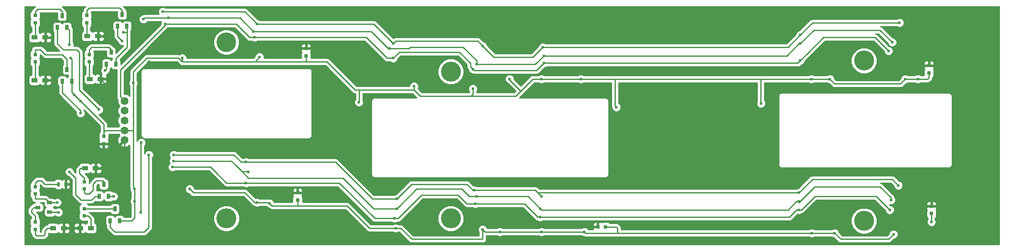
<source format=gtl>
G04 #@! TF.FileFunction,Copper,L1,Top,Signal*
%FSLAX46Y46*%
G04 Gerber Fmt 4.6, Leading zero omitted, Abs format (unit mm)*
G04 Created by KiCad (PCBNEW (2015-07-16 BZR 5955, Git 27eafcb)-product) date 2015-10-11 14:13:05*
%MOMM*%
G01*
G04 APERTURE LIST*
%ADD10C,0.100000*%
%ADD11R,0.750000X0.800000*%
%ADD12R,0.800000X0.750000*%
%ADD13C,1.600000*%
%ADD14R,0.797560X0.797560*%
%ADD15R,0.500000X0.900000*%
%ADD16R,1.200000X0.900000*%
%ADD17R,1.000000X0.700000*%
%ADD18R,0.700000X1.000000*%
%ADD19C,4.000000*%
%ADD20C,4.064000*%
%ADD21C,0.600000*%
%ADD22C,0.250000*%
%ADD23C,0.254000*%
G04 APERTURE END LIST*
D10*
D11*
X77250000Y-75250000D03*
X77250000Y-76750000D03*
X118500000Y-58750000D03*
X118500000Y-57250000D03*
X116750000Y-88250000D03*
X116750000Y-86750000D03*
D12*
X179500000Y-93750000D03*
X178000000Y-93750000D03*
D11*
X245500000Y-62250000D03*
X245500000Y-60750000D03*
X246000000Y-91000000D03*
X246000000Y-89500000D03*
D13*
X81500000Y-68000000D03*
X81500000Y-70000000D03*
X81500000Y-72000000D03*
X81500000Y-74000000D03*
X81500000Y-76000000D03*
D14*
X63250000Y-86999300D03*
X63250000Y-85500700D03*
X63250000Y-92750700D03*
X63250000Y-94249300D03*
D15*
X68000000Y-85000000D03*
X69500000Y-85000000D03*
D16*
X66900000Y-94000000D03*
X69100000Y-94000000D03*
D17*
X66200000Y-90700000D03*
X66200000Y-88800000D03*
X63800000Y-89750000D03*
D14*
X63250000Y-50500700D03*
X63250000Y-51999300D03*
X63250000Y-58500700D03*
X63250000Y-59999300D03*
X73250000Y-85999300D03*
X73250000Y-84500700D03*
X73250000Y-90000700D03*
X73250000Y-91499300D03*
X73750000Y-50500700D03*
X73750000Y-51999300D03*
X74250000Y-58500700D03*
X74250000Y-59999300D03*
D18*
X67800000Y-52950000D03*
X69700000Y-52950000D03*
X68750000Y-50550000D03*
X68800000Y-63950000D03*
X70700000Y-63950000D03*
X69750000Y-61550000D03*
X76300000Y-87450000D03*
X78200000Y-87450000D03*
X77250000Y-85050000D03*
X78550000Y-92450000D03*
X80450000Y-92450000D03*
X79500000Y-90050000D03*
X80050000Y-52700000D03*
X81950000Y-52700000D03*
X81000000Y-50300000D03*
X77800000Y-60450000D03*
X79700000Y-60450000D03*
X78750000Y-58050000D03*
D16*
X63150000Y-55000000D03*
X65350000Y-55000000D03*
X63150000Y-63750000D03*
X65350000Y-63750000D03*
X73400000Y-81750000D03*
X75600000Y-81750000D03*
X74600000Y-94000000D03*
X72400000Y-94000000D03*
X73900000Y-54750000D03*
X76100000Y-54750000D03*
X74400000Y-63500000D03*
X76600000Y-63500000D03*
D19*
X102250000Y-56000000D03*
D20*
X102250000Y-92000000D03*
X148000000Y-92000000D03*
X232250000Y-92500000D03*
X232250000Y-59750000D03*
X148000000Y-62000000D03*
D21*
X211250000Y-68500000D03*
X181750000Y-69250000D03*
X129250000Y-68250000D03*
X83250000Y-64326879D03*
X72500000Y-68000000D03*
X71250000Y-66750000D03*
X238250000Y-95250000D03*
X94750000Y-86000000D03*
X111044625Y-88906591D03*
X108500000Y-88750000D03*
X221595556Y-95000000D03*
X160000000Y-63500000D03*
X226250000Y-95000000D03*
X246000000Y-92750000D03*
X81250000Y-54000000D03*
X70250000Y-56500000D03*
X70500000Y-59250000D03*
X79250000Y-87500000D03*
X83500000Y-88500000D03*
X67750000Y-88750000D03*
X83500000Y-86000000D03*
X175250000Y-94750000D03*
X166500000Y-94750000D03*
X158000000Y-94750000D03*
X154500000Y-94250000D03*
X136750000Y-94000000D03*
X174517038Y-63500000D03*
X240675739Y-63500000D03*
X221504613Y-63500000D03*
X225272607Y-63500000D03*
X166500000Y-63500000D03*
X140500000Y-65000000D03*
X152500000Y-65500000D03*
X109000000Y-59000000D03*
X93250000Y-59250000D03*
X243250000Y-63500000D03*
X86500000Y-60000000D03*
X137011548Y-96250000D03*
X98750000Y-77250000D03*
X112500000Y-79250000D03*
X164271892Y-67000000D03*
X138553621Y-67000000D03*
X114750000Y-50250000D03*
X160000000Y-85250000D03*
X137750000Y-85500000D03*
X173000000Y-52250000D03*
X143250000Y-51500000D03*
X158250000Y-54500000D03*
X223398045Y-64500000D03*
X222865000Y-58813700D03*
X171535000Y-61551820D03*
X157135000Y-63451740D03*
X143105000Y-64262000D03*
X96405000Y-57919620D03*
X156353835Y-93400000D03*
X143105000Y-92334080D03*
X89032080Y-82750000D03*
X224250000Y-91000000D03*
X225000000Y-96750000D03*
X70250000Y-86250000D03*
X77500000Y-53250000D03*
X116500000Y-56250000D03*
X245500000Y-59500000D03*
X246000000Y-88250000D03*
X175750000Y-93250000D03*
X114500000Y-87000000D03*
X78000000Y-65000000D03*
X65250000Y-61250000D03*
X65500000Y-56500000D03*
X65250000Y-74750000D03*
X81500000Y-79730791D03*
X77250000Y-79750000D03*
X81500000Y-85000000D03*
X81500000Y-82750000D03*
X76250000Y-69750000D03*
X72500000Y-70500000D03*
X135500000Y-57250000D03*
X153250000Y-60500000D03*
X238000000Y-56000000D03*
X90500000Y-51000000D03*
X81000000Y-55750000D03*
X85332241Y-51267759D03*
X107750000Y-53750000D03*
X167000000Y-58750000D03*
X219250000Y-56250000D03*
X89250000Y-49750000D03*
X154500000Y-56750000D03*
X239500000Y-52000000D03*
X108500000Y-52250000D03*
X77500000Y-61750000D03*
X219250000Y-54500000D03*
X166750000Y-57000000D03*
X136250000Y-56250000D03*
X237750000Y-88250000D03*
X153250000Y-87500000D03*
X70250000Y-82500000D03*
X137000000Y-90000000D03*
X166250000Y-90000000D03*
X219000000Y-88500000D03*
X91500000Y-80250000D03*
X106750000Y-82500000D03*
X239250000Y-85250000D03*
X152750000Y-86250000D03*
X86437460Y-79000000D03*
X137000000Y-88000000D03*
X219000000Y-86750000D03*
X91500000Y-79000000D03*
X106250000Y-80500000D03*
X166500000Y-87500000D03*
X152500000Y-61500000D03*
X237500000Y-90250000D03*
X153000000Y-89000000D03*
X89750000Y-52250000D03*
X219250000Y-59750000D03*
X84904349Y-76500000D03*
X84750000Y-90750000D03*
X68000000Y-90750000D03*
X219000000Y-90250000D03*
X91250000Y-81500000D03*
X106250000Y-84750000D03*
X136500000Y-92000000D03*
X166250000Y-91750000D03*
X108000000Y-55000000D03*
X136250000Y-59250000D03*
X167000000Y-60250000D03*
X237250000Y-57750000D03*
D22*
X211232899Y-63500000D02*
X221504613Y-63500000D01*
X181496876Y-63500000D02*
X211232899Y-63500000D01*
X211232899Y-63500000D02*
X211232899Y-68482899D01*
X211232899Y-68482899D02*
X211250000Y-68500000D01*
X174517038Y-63500000D02*
X181496876Y-63500000D01*
X181496876Y-63500000D02*
X181496876Y-68996876D01*
X181496876Y-68996876D02*
X181750000Y-69250000D01*
X129346552Y-65750000D02*
X140504400Y-65750000D01*
X128500000Y-65750000D02*
X129346552Y-65750000D01*
X129346552Y-65750000D02*
X129346552Y-68153448D01*
X129346552Y-68153448D02*
X129250000Y-68250000D01*
X83250000Y-64326879D02*
X83250000Y-62000000D01*
X83250000Y-62000000D02*
X86000000Y-59250000D01*
X86000000Y-59250000D02*
X92511132Y-59250000D01*
X92511132Y-59250000D02*
X93261132Y-60000000D01*
X83250000Y-73956011D02*
X83250000Y-64326879D01*
X238250000Y-95250000D02*
X237250000Y-96250000D01*
X237250000Y-96250000D02*
X227500000Y-96250000D01*
X227500000Y-96250000D02*
X226250000Y-95000000D01*
X141754400Y-67000000D02*
X152076025Y-67000000D01*
X152076025Y-67000000D02*
X161250000Y-67000000D01*
X152500000Y-65500000D02*
X152500000Y-66576025D01*
X152500000Y-66576025D02*
X152076025Y-67000000D01*
X140504400Y-65750000D02*
X141754400Y-67000000D01*
X161250000Y-67000000D02*
X162286622Y-65963378D01*
X225272607Y-63500000D02*
X226272607Y-64500000D01*
X226272607Y-64500000D02*
X239675739Y-64500000D01*
X239675739Y-64500000D02*
X240675739Y-63500000D01*
X154500000Y-94250000D02*
X154500000Y-96250000D01*
X154500000Y-96250000D02*
X140033458Y-96250000D01*
X140033458Y-96250000D02*
X137783458Y-94000000D01*
X94750000Y-86000000D02*
X95500000Y-86750000D01*
X95500000Y-86750000D02*
X106000000Y-86750000D01*
X106000000Y-86750000D02*
X108000000Y-88750000D01*
X108000000Y-88750000D02*
X108500000Y-88750000D01*
X110888034Y-88750000D02*
X111044625Y-88906591D01*
X111044625Y-88906591D02*
X111572560Y-89434526D01*
X111500000Y-89361966D02*
X111572560Y-89434526D01*
X108500000Y-88750000D02*
X110888034Y-88750000D01*
X116755573Y-89434526D02*
X111572560Y-89434526D01*
X222250000Y-95000000D02*
X221595556Y-95000000D01*
X221595556Y-95000000D02*
X181953085Y-95000000D01*
X164750000Y-63500000D02*
X162286622Y-65963378D01*
X160000000Y-63500000D02*
X160000000Y-63676756D01*
X160000000Y-63676756D02*
X162286622Y-65963378D01*
X226250000Y-95000000D02*
X222250000Y-95000000D01*
X108333140Y-60000000D02*
X118565838Y-60000000D01*
X118565838Y-60000000D02*
X122750000Y-60000000D01*
X118500000Y-58750000D02*
X118500000Y-59934162D01*
X118500000Y-59934162D02*
X118565838Y-60000000D01*
X245500000Y-62250000D02*
X245500000Y-63213678D01*
X245500000Y-63213678D02*
X245213678Y-63500000D01*
X245213678Y-63500000D02*
X243250000Y-63500000D01*
X246000000Y-91000000D02*
X246000000Y-92750000D01*
X181953085Y-95000000D02*
X175500000Y-95000000D01*
X179500000Y-93750000D02*
X181750000Y-93750000D01*
X181750000Y-93750000D02*
X181953085Y-93953085D01*
X181953085Y-93953085D02*
X181953085Y-95000000D01*
X126834526Y-89434526D02*
X116755573Y-89434526D01*
X116750000Y-88250000D02*
X116750000Y-89428953D01*
X116750000Y-89428953D02*
X116755573Y-89434526D01*
X79700000Y-60450000D02*
X79700000Y-59300000D01*
X79700000Y-59300000D02*
X82000000Y-57000000D01*
X82000000Y-57000000D02*
X82000000Y-56250000D01*
X82000000Y-56250000D02*
X82000000Y-53931645D01*
X82000000Y-53931645D02*
X82000000Y-52750000D01*
X82000000Y-53931645D02*
X81318355Y-53931645D01*
X81318355Y-53931645D02*
X81250000Y-54000000D01*
X82000000Y-52750000D02*
X81950000Y-52700000D01*
X70250000Y-56500000D02*
X70250000Y-53500000D01*
X70250000Y-53500000D02*
X69700000Y-52950000D01*
X70700000Y-63950000D02*
X70700000Y-59450000D01*
X70700000Y-59450000D02*
X70500000Y-59250000D01*
X77250000Y-72750000D02*
X72500000Y-68000000D01*
X72500000Y-68000000D02*
X71250000Y-66750000D01*
X71250000Y-66750000D02*
X70700000Y-66200000D01*
X70700000Y-66200000D02*
X70700000Y-63950000D01*
X77250000Y-75250000D02*
X77250000Y-72750000D01*
X78200000Y-87450000D02*
X79200000Y-87450000D01*
X79200000Y-87450000D02*
X79250000Y-87500000D01*
X83500000Y-87979864D02*
X83500000Y-86692828D01*
X83500000Y-86692828D02*
X83500000Y-86000000D01*
X83500000Y-88500000D02*
X83500000Y-87979864D01*
X82950000Y-92450000D02*
X83500000Y-91900000D01*
X83500000Y-91900000D02*
X83500000Y-87979864D01*
X80450000Y-92450000D02*
X82950000Y-92450000D01*
X66200000Y-88800000D02*
X67700000Y-88800000D01*
X67700000Y-88800000D02*
X67750000Y-88750000D01*
X63250000Y-88000000D02*
X65400000Y-88000000D01*
X65400000Y-88000000D02*
X66200000Y-88800000D01*
X63250000Y-86999300D02*
X63250000Y-88000000D01*
X83250000Y-78650000D02*
X83250000Y-78150318D01*
X83250000Y-78150318D02*
X83250000Y-73956011D01*
X83500000Y-86000000D02*
X83250000Y-85750000D01*
X83250000Y-85750000D02*
X83250000Y-78150318D01*
X81500000Y-74000000D02*
X83206011Y-74000000D01*
X83206011Y-74000000D02*
X83250000Y-73956011D01*
X77250000Y-75250000D02*
X77250000Y-74250000D01*
X77250000Y-74250000D02*
X77500000Y-74000000D01*
X77500000Y-74000000D02*
X81500000Y-74000000D01*
X175500000Y-95000000D02*
X175250000Y-94750000D01*
X171303440Y-94750000D02*
X171000000Y-94750000D01*
X175250000Y-94750000D02*
X171303440Y-94750000D01*
X168750000Y-94750000D02*
X168542315Y-94750000D01*
X168542315Y-94750000D02*
X166858753Y-94750000D01*
X171303440Y-94750000D02*
X168542315Y-94750000D01*
X166500000Y-94750000D02*
X166858753Y-94750000D01*
X158000000Y-94750000D02*
X166858753Y-94750000D01*
X158000000Y-94750000D02*
X155000000Y-94750000D01*
X155000000Y-94750000D02*
X154500000Y-94250000D01*
X137783458Y-94000000D02*
X131400000Y-94000000D01*
X131400000Y-94000000D02*
X126834526Y-89434526D01*
X136750000Y-94000000D02*
X137783458Y-94000000D01*
X166500000Y-63500000D02*
X174517038Y-63500000D01*
X240675739Y-63500000D02*
X243250000Y-63500000D01*
X221504613Y-63500000D02*
X225272607Y-63500000D01*
X166500000Y-63500000D02*
X164750000Y-63500000D01*
X140504400Y-65750000D02*
X140504400Y-65004400D01*
X140504400Y-65004400D02*
X140500000Y-65000000D01*
X93261132Y-60000000D02*
X108333140Y-60000000D01*
X108333140Y-60000000D02*
X108333140Y-59666860D01*
X108333140Y-59666860D02*
X109000000Y-59000000D01*
X93261132Y-60000000D02*
X93261132Y-59261132D01*
X93261132Y-59261132D02*
X93250000Y-59250000D01*
X122750000Y-60000000D02*
X128500000Y-65750000D01*
X70363706Y-93886294D02*
X70363706Y-86590404D01*
X70250000Y-86250000D02*
X70250000Y-86476698D01*
X70363706Y-86590404D02*
X70363706Y-85113706D01*
X70250000Y-86476698D02*
X70363706Y-86590404D01*
X69500000Y-85000000D02*
X70250000Y-85000000D01*
X70250000Y-85000000D02*
X70363706Y-85113706D01*
X77500000Y-53250000D02*
X77500000Y-54250000D01*
X77500000Y-54250000D02*
X77000000Y-54750000D01*
X77000000Y-54750000D02*
X76100000Y-54750000D01*
X118500000Y-56250000D02*
X116500000Y-56250000D01*
X118500000Y-57250000D02*
X118500000Y-56250000D01*
X245500000Y-60750000D02*
X245500000Y-59500000D01*
X246000000Y-89500000D02*
X246000000Y-88250000D01*
X178000000Y-93750000D02*
X176250000Y-93750000D01*
X176250000Y-93750000D02*
X175750000Y-93250000D01*
X116750000Y-86750000D02*
X116750000Y-85750000D01*
X116750000Y-85750000D02*
X115750000Y-85750000D01*
X115750000Y-85750000D02*
X114500000Y-87000000D01*
X76600000Y-63500000D02*
X76600000Y-63600000D01*
X76600000Y-63600000D02*
X78000000Y-65000000D01*
X65250000Y-61250000D02*
X65250000Y-63650000D01*
X65250000Y-63650000D02*
X65350000Y-63750000D01*
X65350000Y-55000000D02*
X65350000Y-56350000D01*
X65350000Y-56350000D02*
X65500000Y-56500000D01*
X65350000Y-63750000D02*
X65350000Y-74650000D01*
X65350000Y-74650000D02*
X65250000Y-74750000D01*
X77250000Y-79750000D02*
X77250000Y-79291335D01*
X77250000Y-79291335D02*
X77250000Y-76750000D01*
X76500000Y-81750000D02*
X77250000Y-81000000D01*
X77250000Y-81000000D02*
X77250000Y-79291335D01*
X75600000Y-81750000D02*
X76500000Y-81750000D01*
X72400000Y-94000000D02*
X69100000Y-94000000D01*
X69100000Y-94000000D02*
X70250000Y-94000000D01*
X70250000Y-94000000D02*
X70363706Y-93886294D01*
X81500000Y-76000000D02*
X81500000Y-79730791D01*
X81500000Y-79730791D02*
X81500000Y-82750000D01*
X81480791Y-79750000D02*
X81500000Y-79730791D01*
X81500000Y-82750000D02*
X81500000Y-85000000D01*
X67800000Y-52950000D02*
X67800000Y-56300000D01*
X67800000Y-56300000D02*
X69000000Y-57500000D01*
X69000000Y-57500000D02*
X71750000Y-57500000D01*
X71750000Y-57500000D02*
X72250000Y-58000000D01*
X72250000Y-58000000D02*
X72250000Y-65750000D01*
X72250000Y-65750000D02*
X76250000Y-69750000D01*
X72500000Y-70000000D02*
X68800000Y-66300000D01*
X68800000Y-66300000D02*
X68800000Y-63950000D01*
X72500000Y-70500000D02*
X72500000Y-70000000D01*
X153250000Y-60500000D02*
X153250000Y-59750000D01*
X153250000Y-59750000D02*
X150500000Y-57000000D01*
X150500000Y-57000000D02*
X139750000Y-57000000D01*
X139750000Y-57000000D02*
X139500000Y-57250000D01*
X139500000Y-57250000D02*
X135500000Y-57250000D01*
X135500000Y-57250000D02*
X135250000Y-57250000D01*
X135250000Y-57250000D02*
X131750000Y-53750000D01*
X131750000Y-53750000D02*
X107750000Y-53750000D01*
X153250000Y-60500000D02*
X165250000Y-60500000D01*
X165250000Y-60500000D02*
X165500000Y-60250000D01*
X165500000Y-60250000D02*
X167000000Y-58750000D01*
X238000000Y-56000000D02*
X235500000Y-53500000D01*
X235500000Y-53500000D02*
X222000000Y-53500000D01*
X222000000Y-53500000D02*
X219250000Y-56250000D01*
X90500000Y-51000000D02*
X85600000Y-51000000D01*
X85600000Y-51000000D02*
X85332241Y-51267759D01*
X90500000Y-51000000D02*
X105000000Y-51000000D01*
X105000000Y-51000000D02*
X107750000Y-53750000D01*
X81000000Y-55750000D02*
X80050000Y-54800000D01*
X80050000Y-54800000D02*
X80050000Y-52700000D01*
X219000000Y-56250000D02*
X216500000Y-58750000D01*
X216500000Y-58750000D02*
X167000000Y-58750000D01*
X219250000Y-56250000D02*
X219000000Y-56250000D01*
X89250000Y-49750000D02*
X106000000Y-49750000D01*
X106000000Y-49750000D02*
X108500000Y-52250000D01*
X154500000Y-56750000D02*
X153500000Y-55750000D01*
X153500000Y-55750000D02*
X136750000Y-55750000D01*
X136750000Y-55750000D02*
X136250000Y-56250000D01*
X154500000Y-56750000D02*
X156750000Y-59000000D01*
X156750000Y-59000000D02*
X164750000Y-59000000D01*
X164750000Y-59000000D02*
X166750000Y-57000000D01*
X239500000Y-52000000D02*
X221750000Y-52000000D01*
X221750000Y-52000000D02*
X219250000Y-54500000D01*
X108500000Y-52250000D02*
X132250000Y-52250000D01*
X132250000Y-52250000D02*
X136250000Y-56250000D01*
X77500000Y-61750000D02*
X77800000Y-61450000D01*
X77800000Y-61450000D02*
X77800000Y-60450000D01*
X166750000Y-57000000D02*
X216750000Y-57000000D01*
X216750000Y-57000000D02*
X219250000Y-54500000D01*
X222202742Y-85500000D02*
X218952742Y-88750000D01*
X237750000Y-88250000D02*
X237750000Y-87750000D01*
X237750000Y-87750000D02*
X235500000Y-85500000D01*
X235500000Y-85500000D02*
X222202742Y-85500000D01*
X153250000Y-87500000D02*
X163750000Y-87500000D01*
X163750000Y-87500000D02*
X166250000Y-90000000D01*
X153250000Y-87500000D02*
X151750000Y-87500000D01*
X151750000Y-87500000D02*
X150250000Y-86000000D01*
X150250000Y-86000000D02*
X141000000Y-86000000D01*
X141000000Y-86000000D02*
X137250000Y-89750000D01*
X137250000Y-89750000D02*
X137000000Y-90000000D01*
X70250000Y-82500000D02*
X71500000Y-83750000D01*
X71500000Y-83750000D02*
X71500000Y-87150000D01*
X71500000Y-87150000D02*
X72600000Y-88250000D01*
X72600000Y-88250000D02*
X74750000Y-88250000D01*
X74750000Y-88250000D02*
X75550000Y-87450000D01*
X75550000Y-87450000D02*
X76300000Y-87450000D01*
X105422958Y-82422958D02*
X106750000Y-83750000D01*
X106750000Y-83750000D02*
X126000000Y-83750000D01*
X126000000Y-83750000D02*
X132250000Y-90000000D01*
X132250000Y-90000000D02*
X137000000Y-90000000D01*
X166250000Y-90000000D02*
X166500000Y-90250000D01*
X166500000Y-90250000D02*
X216750000Y-90250000D01*
X216750000Y-90250000D02*
X218500000Y-88500000D01*
X218500000Y-88500000D02*
X218702742Y-88500000D01*
X218702742Y-88500000D02*
X218952742Y-88750000D01*
X219000000Y-88500000D02*
X219000000Y-88702742D01*
X219000000Y-88702742D02*
X218952742Y-88750000D01*
X91500000Y-80250000D02*
X103250000Y-80250000D01*
X103250000Y-80250000D02*
X104000000Y-81000000D01*
X104000000Y-81000000D02*
X105422958Y-82422958D01*
X106750000Y-82500000D02*
X106672958Y-82422958D01*
X106672958Y-82422958D02*
X105422958Y-82422958D01*
X239250000Y-85250000D02*
X238000000Y-84000000D01*
X238000000Y-84000000D02*
X221750000Y-84000000D01*
X221750000Y-84000000D02*
X219000000Y-86750000D01*
X152750000Y-86250000D02*
X152500000Y-86250000D01*
X152500000Y-86250000D02*
X151250000Y-85000000D01*
X151250000Y-85000000D02*
X140000000Y-85000000D01*
X140000000Y-85000000D02*
X137000000Y-88000000D01*
X152750000Y-86250000D02*
X165250000Y-86250000D01*
X165250000Y-86250000D02*
X165776952Y-86776952D01*
X85500000Y-94750000D02*
X86437460Y-93812540D01*
X86437460Y-93812540D02*
X86437460Y-79000000D01*
X79500000Y-94750000D02*
X85500000Y-94750000D01*
X78550000Y-93800000D02*
X79500000Y-94750000D01*
X78550000Y-92450000D02*
X78550000Y-93800000D01*
X137000000Y-88000000D02*
X132000000Y-88000000D01*
X132000000Y-88000000D02*
X124500000Y-80500000D01*
X124500000Y-80500000D02*
X106250000Y-80500000D01*
X219000000Y-86750000D02*
X165803904Y-86750000D01*
X165803904Y-86750000D02*
X165776952Y-86776952D01*
X105250000Y-80500000D02*
X103750000Y-79000000D01*
X103750000Y-79000000D02*
X91500000Y-79000000D01*
X106250000Y-80500000D02*
X105250000Y-80500000D01*
X165776952Y-86776952D02*
X166500000Y-87500000D01*
X68000000Y-85000000D02*
X65250000Y-85000000D01*
X65250000Y-85000000D02*
X64500000Y-84250000D01*
X64500000Y-84250000D02*
X63750000Y-84250000D01*
X63750000Y-84250000D02*
X63250000Y-84750000D01*
X63250000Y-84750000D02*
X63250000Y-85500700D01*
X63000000Y-89750000D02*
X62539758Y-90210242D01*
X62511930Y-90761930D02*
X63250000Y-91500000D01*
X62539758Y-90210242D02*
X62539758Y-90734102D01*
X62539758Y-90734102D02*
X62511930Y-90761930D01*
X63800000Y-89750000D02*
X63000000Y-89750000D01*
X63250000Y-91500000D02*
X63250000Y-92750700D01*
X66900000Y-94000000D02*
X65750000Y-94000000D01*
X65750000Y-94000000D02*
X65250000Y-94500000D01*
X65250000Y-94500000D02*
X65250000Y-95250000D01*
X65250000Y-95250000D02*
X65000000Y-95500000D01*
X65000000Y-95500000D02*
X63500000Y-95500000D01*
X63500000Y-95500000D02*
X63250000Y-95250000D01*
X63250000Y-95250000D02*
X63250000Y-94249300D01*
X152500000Y-61500000D02*
X152000000Y-61000000D01*
X152000000Y-61000000D02*
X152000000Y-60250000D01*
X152000000Y-60250000D02*
X149750000Y-58000000D01*
X149750000Y-58000000D02*
X137500000Y-58000000D01*
X137500000Y-58000000D02*
X136250000Y-59250000D01*
X152500000Y-61500000D02*
X152750000Y-61750000D01*
X152750000Y-61750000D02*
X165500000Y-61750000D01*
X165500000Y-61750000D02*
X167000000Y-60250000D01*
X237250000Y-57750000D02*
X234500000Y-55000000D01*
X234500000Y-55000000D02*
X224000000Y-55000000D01*
X224000000Y-55000000D02*
X220750000Y-58250000D01*
X220750000Y-58250000D02*
X219250000Y-59750000D01*
X237500000Y-90250000D02*
X234750000Y-87500000D01*
X234750000Y-87500000D02*
X222250000Y-87500000D01*
X222250000Y-87500000D02*
X219500000Y-90250000D01*
X219500000Y-90250000D02*
X219000000Y-90250000D01*
X153000000Y-89000000D02*
X151250000Y-89000000D01*
X151250000Y-89000000D02*
X149500000Y-87250000D01*
X149500000Y-87250000D02*
X142000000Y-87250000D01*
X142000000Y-87250000D02*
X137250000Y-92000000D01*
X137250000Y-92000000D02*
X136500000Y-92000000D01*
X153000000Y-89000000D02*
X163000000Y-89000000D01*
X163000000Y-89000000D02*
X165750000Y-91750000D01*
X165750000Y-91750000D02*
X166250000Y-91750000D01*
X89750000Y-52250000D02*
X89750000Y-52500000D01*
X89750000Y-52500000D02*
X80600000Y-61650000D01*
X80600000Y-61650000D02*
X80600000Y-67100000D01*
X80600000Y-67100000D02*
X81500000Y-68000000D01*
X89750000Y-52250000D02*
X104250000Y-52250000D01*
X104250000Y-52250000D02*
X107000000Y-55000000D01*
X107000000Y-55000000D02*
X108000000Y-55000000D01*
X219250000Y-59750000D02*
X218750000Y-60250000D01*
X218750000Y-60250000D02*
X167000000Y-60250000D01*
X84750000Y-90750000D02*
X84750000Y-76654349D01*
X84750000Y-76654349D02*
X84904349Y-76500000D01*
X66200000Y-90700000D02*
X67950000Y-90700000D01*
X67950000Y-90700000D02*
X68000000Y-90750000D01*
X219000000Y-90250000D02*
X218750000Y-90250000D01*
X219000000Y-90250000D02*
X218500000Y-90250000D01*
X218500000Y-90250000D02*
X217000000Y-91750000D01*
X217000000Y-91750000D02*
X166250000Y-91750000D01*
X99000000Y-81500000D02*
X91250000Y-81500000D01*
X100000000Y-82500000D02*
X99000000Y-81500000D01*
X102250000Y-84750000D02*
X100000000Y-82500000D01*
X106250000Y-84750000D02*
X102250000Y-84750000D01*
X132500000Y-92000000D02*
X125250000Y-84750000D01*
X125250000Y-84750000D02*
X106250000Y-84750000D01*
X136500000Y-92000000D02*
X132500000Y-92000000D01*
X135000000Y-59250000D02*
X130750000Y-55000000D01*
X130750000Y-55000000D02*
X108000000Y-55000000D01*
X136250000Y-59250000D02*
X135000000Y-59250000D01*
X63750000Y-49250000D02*
X63250000Y-49750000D01*
X63250000Y-49750000D02*
X63250000Y-50500700D01*
X68250000Y-49250000D02*
X63750000Y-49250000D01*
X68750000Y-49750000D02*
X68250000Y-49250000D01*
X68750000Y-50550000D02*
X68750000Y-49750000D01*
X63250000Y-51999300D02*
X63250000Y-54900000D01*
X63250000Y-54900000D02*
X63150000Y-55000000D01*
X68750700Y-58500700D02*
X65321855Y-58500700D01*
X63250000Y-57500000D02*
X64321155Y-57500000D01*
X64321155Y-57500000D02*
X65321855Y-58500700D01*
X63250000Y-58500700D02*
X63250000Y-57500000D01*
X69750000Y-59500000D02*
X68750700Y-58500700D01*
X69750000Y-61550000D02*
X69750000Y-59500000D01*
X63250000Y-59999300D02*
X63250000Y-63650000D01*
X63250000Y-63650000D02*
X63150000Y-63750000D01*
X73250000Y-85999300D02*
X73250000Y-86750000D01*
X73250000Y-86750000D02*
X73500000Y-87000000D01*
X73500000Y-87000000D02*
X74250000Y-87000000D01*
X74250000Y-87000000D02*
X75038662Y-86211338D01*
X75038662Y-86211338D02*
X75038662Y-84961338D01*
X75038662Y-84961338D02*
X75750000Y-84250000D01*
X75750000Y-84250000D02*
X77000000Y-84250000D01*
X77000000Y-84250000D02*
X77250000Y-84500000D01*
X77250000Y-84500000D02*
X77250000Y-85050000D01*
X72250000Y-82750000D02*
X73250000Y-83750000D01*
X73250000Y-83750000D02*
X73250000Y-84500700D01*
X72250000Y-82000000D02*
X72250000Y-82750000D01*
X72500000Y-81750000D02*
X72250000Y-82000000D01*
X73400000Y-81750000D02*
X72500000Y-81750000D01*
X73250000Y-90000700D02*
X79450700Y-90000700D01*
X79450700Y-90000700D02*
X79500000Y-90050000D01*
X73999300Y-91499300D02*
X74600000Y-92100000D01*
X74600000Y-92100000D02*
X74600000Y-94000000D01*
X73250000Y-91499300D02*
X73999300Y-91499300D01*
X74250000Y-49000000D02*
X73750000Y-49500000D01*
X73750000Y-49500000D02*
X73750000Y-50500700D01*
X80500000Y-49000000D02*
X74250000Y-49000000D01*
X81000000Y-49500000D02*
X80500000Y-49000000D01*
X81000000Y-50300000D02*
X81000000Y-49500000D01*
X73750000Y-51999300D02*
X73750000Y-54600000D01*
X73750000Y-54600000D02*
X73900000Y-54750000D01*
X74750000Y-57000000D02*
X74250000Y-57500000D01*
X74250000Y-57500000D02*
X74250000Y-58500700D01*
X78250000Y-57000000D02*
X74750000Y-57000000D01*
X78750000Y-57500000D02*
X78250000Y-57000000D01*
X78750000Y-58050000D02*
X78750000Y-57500000D01*
X74250000Y-59999300D02*
X74250000Y-63350000D01*
X74250000Y-63350000D02*
X74400000Y-63500000D01*
D23*
G36*
X63212599Y-48712599D02*
X62712599Y-49212599D01*
X62547852Y-49459161D01*
X62528969Y-49554093D01*
X62396293Y-49641247D01*
X62253843Y-49852280D01*
X62203780Y-50101920D01*
X62203780Y-50899480D01*
X62250757Y-51141603D01*
X62321951Y-51249982D01*
X62253843Y-51350880D01*
X62203780Y-51600520D01*
X62203780Y-52398080D01*
X62250757Y-52640203D01*
X62390547Y-52853007D01*
X62490000Y-52920139D01*
X62490000Y-53914201D01*
X62307877Y-53949537D01*
X62095073Y-54089327D01*
X61952623Y-54300360D01*
X61902560Y-54550000D01*
X61902560Y-55450000D01*
X61949537Y-55692123D01*
X62089327Y-55904927D01*
X62300360Y-56047377D01*
X62550000Y-56097440D01*
X63750000Y-56097440D01*
X63992123Y-56050463D01*
X64204927Y-55910673D01*
X64248337Y-55846363D01*
X64390302Y-55988327D01*
X64623691Y-56085000D01*
X65064250Y-56085000D01*
X65223000Y-55926250D01*
X65223000Y-55127000D01*
X65477000Y-55127000D01*
X65477000Y-55926250D01*
X65635750Y-56085000D01*
X66076309Y-56085000D01*
X66309698Y-55988327D01*
X66488327Y-55809699D01*
X66585000Y-55576310D01*
X66585000Y-55285750D01*
X66426250Y-55127000D01*
X65477000Y-55127000D01*
X65223000Y-55127000D01*
X65223000Y-55127000D01*
X65203000Y-55127000D01*
X65203000Y-54873000D01*
X65223000Y-54873000D01*
X65223000Y-54073750D01*
X65477000Y-54073750D01*
X65477000Y-54873000D01*
X66426250Y-54873000D01*
X66585000Y-54714250D01*
X66585000Y-54423690D01*
X66488327Y-54190301D01*
X66309698Y-54011673D01*
X66076309Y-53915000D01*
X65635750Y-53915000D01*
X65477000Y-54073750D01*
X65223000Y-54073750D01*
X65223000Y-54073750D01*
X65064250Y-53915000D01*
X64623691Y-53915000D01*
X64390302Y-54011673D01*
X64248824Y-54153150D01*
X64210673Y-54095073D01*
X64010000Y-53959616D01*
X64010000Y-52920309D01*
X64103707Y-52858753D01*
X64246157Y-52647720D01*
X64296220Y-52398080D01*
X64296220Y-51600520D01*
X64249243Y-51358397D01*
X64178049Y-51250018D01*
X64246157Y-51149120D01*
X64296220Y-50899480D01*
X64296220Y-50101920D01*
X64278386Y-50010000D01*
X67760582Y-50010000D01*
X67752560Y-50050000D01*
X67752560Y-51050000D01*
X67799537Y-51292123D01*
X67939327Y-51504927D01*
X68150360Y-51647377D01*
X68400000Y-51697440D01*
X69100000Y-51697440D01*
X69342123Y-51650463D01*
X69554927Y-51510673D01*
X69697377Y-51299640D01*
X69747440Y-51050000D01*
X69747440Y-50050000D01*
X69700463Y-49807877D01*
X69560673Y-49595073D01*
X69466544Y-49531535D01*
X69452148Y-49459161D01*
X69287401Y-49212599D01*
X68787401Y-48712599D01*
X68746096Y-48685000D01*
X73490198Y-48685000D01*
X73212599Y-48962599D01*
X73047852Y-49209161D01*
X72990000Y-49500000D01*
X72990000Y-49579691D01*
X72896293Y-49641247D01*
X72753843Y-49852280D01*
X72703780Y-50101920D01*
X72703780Y-50899480D01*
X72750757Y-51141603D01*
X72821951Y-51249982D01*
X72753843Y-51350880D01*
X72703780Y-51600520D01*
X72703780Y-52398080D01*
X72750757Y-52640203D01*
X72890547Y-52853007D01*
X72990000Y-52920139D01*
X72990000Y-53744125D01*
X72845073Y-53839327D01*
X72702623Y-54050360D01*
X72652560Y-54300000D01*
X72652560Y-55200000D01*
X72699537Y-55442123D01*
X72839327Y-55654927D01*
X73050360Y-55797377D01*
X73300000Y-55847440D01*
X74500000Y-55847440D01*
X74742123Y-55800463D01*
X74954927Y-55660673D01*
X74998337Y-55596363D01*
X75140302Y-55738327D01*
X75373691Y-55835000D01*
X75814250Y-55835000D01*
X75973000Y-55676250D01*
X75973000Y-54877000D01*
X76227000Y-54877000D01*
X76227000Y-55676250D01*
X76385750Y-55835000D01*
X76826309Y-55835000D01*
X77059698Y-55738327D01*
X77238327Y-55559699D01*
X77335000Y-55326310D01*
X77335000Y-55035750D01*
X77176250Y-54877000D01*
X76227000Y-54877000D01*
X75973000Y-54877000D01*
X75973000Y-54877000D01*
X75953000Y-54877000D01*
X75953000Y-54623000D01*
X75973000Y-54623000D01*
X75973000Y-53823750D01*
X76227000Y-53823750D01*
X76227000Y-54623000D01*
X77176250Y-54623000D01*
X77335000Y-54464250D01*
X77335000Y-54173690D01*
X77238327Y-53940301D01*
X77059698Y-53761673D01*
X76826309Y-53665000D01*
X76385750Y-53665000D01*
X76227000Y-53823750D01*
X75973000Y-53823750D01*
X75973000Y-53823750D01*
X75814250Y-53665000D01*
X75373691Y-53665000D01*
X75140302Y-53761673D01*
X74998824Y-53903150D01*
X74960673Y-53845073D01*
X74749640Y-53702623D01*
X74510000Y-53654565D01*
X74510000Y-52920309D01*
X74603707Y-52858753D01*
X74746157Y-52647720D01*
X74796220Y-52398080D01*
X74796220Y-51600520D01*
X74749243Y-51358397D01*
X74678049Y-51250018D01*
X74746157Y-51149120D01*
X74796220Y-50899480D01*
X74796220Y-50101920D01*
X74749243Y-49859797D01*
X74683687Y-49760000D01*
X80010582Y-49760000D01*
X80002560Y-49800000D01*
X80002560Y-50800000D01*
X80049537Y-51042123D01*
X80189327Y-51254927D01*
X80400360Y-51397377D01*
X80650000Y-51447440D01*
X81350000Y-51447440D01*
X81592123Y-51400463D01*
X81804927Y-51260673D01*
X81947377Y-51049640D01*
X81997440Y-50800000D01*
X81997440Y-49800000D01*
X81950463Y-49557877D01*
X81810673Y-49345073D01*
X81716544Y-49281535D01*
X81702148Y-49209161D01*
X81537401Y-48962599D01*
X81259802Y-48685000D01*
X259815000Y-48685000D01*
X259815000Y-97315000D01*
X61185000Y-97315000D01*
X61185000Y-90761930D01*
X61751930Y-90761930D01*
X61809782Y-91052769D01*
X61974529Y-91299331D01*
X62490000Y-91814802D01*
X62490000Y-91829691D01*
X62396293Y-91891247D01*
X62253843Y-92102280D01*
X62203780Y-92351920D01*
X62203780Y-93149480D01*
X62250757Y-93391603D01*
X62321951Y-93499982D01*
X62253843Y-93600880D01*
X62203780Y-93850520D01*
X62203780Y-94648080D01*
X62250757Y-94890203D01*
X62390547Y-95103007D01*
X62490000Y-95170139D01*
X62490000Y-95250000D01*
X62547852Y-95540839D01*
X62712599Y-95787401D01*
X62962599Y-96037401D01*
X63209160Y-96202148D01*
X63500000Y-96260000D01*
X65000000Y-96260000D01*
X65290839Y-96202148D01*
X65537401Y-96037401D01*
X65787401Y-95787401D01*
X65952148Y-95540840D01*
X66010000Y-95250000D01*
X66010000Y-95020133D01*
X66050360Y-95047377D01*
X66300000Y-95097440D01*
X67500000Y-95097440D01*
X67742123Y-95050463D01*
X67954927Y-94910673D01*
X67998337Y-94846363D01*
X68140302Y-94988327D01*
X68373691Y-95085000D01*
X68814250Y-95085000D01*
X68973000Y-94926250D01*
X68973000Y-94127000D01*
X69227000Y-94127000D01*
X69227000Y-94926250D01*
X69385750Y-95085000D01*
X69826309Y-95085000D01*
X70059698Y-94988327D01*
X70238327Y-94809699D01*
X70335000Y-94576310D01*
X70335000Y-94285750D01*
X71165000Y-94285750D01*
X71165000Y-94576310D01*
X71261673Y-94809699D01*
X71440302Y-94988327D01*
X71673691Y-95085000D01*
X72114250Y-95085000D01*
X72273000Y-94926250D01*
X72273000Y-94127000D01*
X71323750Y-94127000D01*
X71165000Y-94285750D01*
X70335000Y-94285750D01*
X70335000Y-94285750D01*
X70176250Y-94127000D01*
X69227000Y-94127000D01*
X68973000Y-94127000D01*
X68973000Y-94127000D01*
X68953000Y-94127000D01*
X68953000Y-93873000D01*
X68973000Y-93873000D01*
X68973000Y-93073750D01*
X69227000Y-93073750D01*
X69227000Y-93873000D01*
X70176250Y-93873000D01*
X70335000Y-93714250D01*
X70335000Y-93423690D01*
X71165000Y-93423690D01*
X71165000Y-93714250D01*
X71323750Y-93873000D01*
X72273000Y-93873000D01*
X72273000Y-93073750D01*
X72114250Y-92915000D01*
X71673691Y-92915000D01*
X71440302Y-93011673D01*
X71261673Y-93190301D01*
X71165000Y-93423690D01*
X70335000Y-93423690D01*
X70335000Y-93423690D01*
X70238327Y-93190301D01*
X70059698Y-93011673D01*
X69826309Y-92915000D01*
X69385750Y-92915000D01*
X69227000Y-93073750D01*
X68973000Y-93073750D01*
X68973000Y-93073750D01*
X68814250Y-92915000D01*
X68373691Y-92915000D01*
X68140302Y-93011673D01*
X67998824Y-93153150D01*
X67960673Y-93095073D01*
X67749640Y-92952623D01*
X67500000Y-92902560D01*
X66300000Y-92902560D01*
X66057877Y-92949537D01*
X65845073Y-93089327D01*
X65742338Y-93241524D01*
X65459161Y-93297852D01*
X65212599Y-93462599D01*
X64712599Y-93962599D01*
X64547852Y-94209161D01*
X64490000Y-94500000D01*
X64490000Y-94740000D01*
X64277786Y-94740000D01*
X64296220Y-94648080D01*
X64296220Y-93850520D01*
X64249243Y-93608397D01*
X64178049Y-93500018D01*
X64246157Y-93399120D01*
X64296220Y-93149480D01*
X64296220Y-92351920D01*
X64249243Y-92109797D01*
X64109453Y-91896993D01*
X64010000Y-91829861D01*
X64010000Y-91500000D01*
X63952148Y-91209161D01*
X63787401Y-90962599D01*
X63572242Y-90747440D01*
X64300000Y-90747440D01*
X64542123Y-90700463D01*
X64754927Y-90560673D01*
X64897377Y-90349640D01*
X64947440Y-90100000D01*
X64947440Y-89400000D01*
X64900463Y-89157877D01*
X64760673Y-88945073D01*
X64549640Y-88802623D01*
X64337100Y-88760000D01*
X65052560Y-88760000D01*
X65052560Y-89150000D01*
X65099537Y-89392123D01*
X65239327Y-89604927D01*
X65450360Y-89747377D01*
X65459531Y-89749216D01*
X65457877Y-89749537D01*
X65245073Y-89889327D01*
X65102623Y-90100360D01*
X65052560Y-90350000D01*
X65052560Y-91050000D01*
X65099537Y-91292123D01*
X65239327Y-91504927D01*
X65450360Y-91647377D01*
X65700000Y-91697440D01*
X66700000Y-91697440D01*
X66942123Y-91650463D01*
X67154927Y-91510673D01*
X67189132Y-91460000D01*
X67387624Y-91460000D01*
X67469673Y-91542192D01*
X67813201Y-91684838D01*
X68185167Y-91685162D01*
X68528943Y-91543117D01*
X68792192Y-91280327D01*
X68934838Y-90936799D01*
X68935162Y-90564833D01*
X68793117Y-90221057D01*
X68530327Y-89957808D01*
X68186799Y-89815162D01*
X67814833Y-89814838D01*
X67511917Y-89940000D01*
X67190185Y-89940000D01*
X67160673Y-89895073D01*
X66949640Y-89752623D01*
X66940469Y-89750784D01*
X66942123Y-89750463D01*
X67154927Y-89610673D01*
X67189132Y-89560000D01*
X67262559Y-89560000D01*
X67563201Y-89684838D01*
X67935167Y-89685162D01*
X68278943Y-89543117D01*
X68542192Y-89280327D01*
X68684838Y-88936799D01*
X68685162Y-88564833D01*
X68543117Y-88221057D01*
X68280327Y-87957808D01*
X67936799Y-87815162D01*
X67564833Y-87814838D01*
X67221057Y-87956883D01*
X67169436Y-88008414D01*
X67160673Y-87995073D01*
X66949640Y-87852623D01*
X66700000Y-87802560D01*
X66277362Y-87802560D01*
X65937401Y-87462599D01*
X65690839Y-87297852D01*
X65400000Y-87240000D01*
X64296220Y-87240000D01*
X64296220Y-86600520D01*
X64249243Y-86358397D01*
X64178049Y-86250018D01*
X64246157Y-86149120D01*
X64296220Y-85899480D01*
X64296220Y-85121022D01*
X64712599Y-85537401D01*
X64959160Y-85702148D01*
X65250000Y-85760000D01*
X67194125Y-85760000D01*
X67289327Y-85904927D01*
X67500360Y-86047377D01*
X67750000Y-86097440D01*
X68250000Y-86097440D01*
X68492123Y-86050463D01*
X68704927Y-85910673D01*
X68748337Y-85846363D01*
X68890302Y-85988327D01*
X69123691Y-86085000D01*
X69216250Y-86085000D01*
X69375000Y-85926250D01*
X69375000Y-85127000D01*
X69625000Y-85127000D01*
X69625000Y-85926250D01*
X69783750Y-86085000D01*
X69876309Y-86085000D01*
X70109698Y-85988327D01*
X70288327Y-85809699D01*
X70385000Y-85576310D01*
X70385000Y-85285750D01*
X70226250Y-85127000D01*
X69625000Y-85127000D01*
X69375000Y-85127000D01*
X69375000Y-85127000D01*
X69353000Y-85127000D01*
X69353000Y-84873000D01*
X69375000Y-84873000D01*
X69375000Y-84073750D01*
X69625000Y-84073750D01*
X69625000Y-84873000D01*
X70226250Y-84873000D01*
X70385000Y-84714250D01*
X70385000Y-84423690D01*
X70288327Y-84190301D01*
X70109698Y-84011673D01*
X69876309Y-83915000D01*
X69783750Y-83915000D01*
X69625000Y-84073750D01*
X69375000Y-84073750D01*
X69375000Y-84073750D01*
X69216250Y-83915000D01*
X69123691Y-83915000D01*
X68890302Y-84011673D01*
X68748824Y-84153150D01*
X68710673Y-84095073D01*
X68499640Y-83952623D01*
X68250000Y-83902560D01*
X67750000Y-83902560D01*
X67507877Y-83949537D01*
X67295073Y-84089327D01*
X67193367Y-84240000D01*
X65564802Y-84240000D01*
X65037401Y-83712599D01*
X64790839Y-83547852D01*
X64500000Y-83490000D01*
X63750000Y-83490000D01*
X63459161Y-83547852D01*
X63212599Y-83712599D01*
X62712599Y-84212599D01*
X62547852Y-84459161D01*
X62528969Y-84554093D01*
X62396293Y-84641247D01*
X62253843Y-84852280D01*
X62203780Y-85101920D01*
X62203780Y-85899480D01*
X62250757Y-86141603D01*
X62321951Y-86249982D01*
X62253843Y-86350880D01*
X62203780Y-86600520D01*
X62203780Y-87398080D01*
X62250757Y-87640203D01*
X62390547Y-87853007D01*
X62490000Y-87920139D01*
X62490000Y-88000000D01*
X62547852Y-88290839D01*
X62712599Y-88537401D01*
X62959161Y-88702148D01*
X63250000Y-88760000D01*
X63261654Y-88760000D01*
X63057877Y-88799537D01*
X62845073Y-88939327D01*
X62781535Y-89033456D01*
X62761701Y-89037401D01*
X62709160Y-89047852D01*
X62462599Y-89212599D01*
X62002357Y-89672841D01*
X61837610Y-89919403D01*
X61779758Y-90210242D01*
X61779758Y-90622030D01*
X61751930Y-90761930D01*
X61185000Y-90761930D01*
X61185000Y-82685167D01*
X69314838Y-82685167D01*
X69456883Y-83028943D01*
X69719673Y-83292192D01*
X70063201Y-83434838D01*
X70110077Y-83434879D01*
X70740000Y-84064802D01*
X70740000Y-87150000D01*
X70797852Y-87440839D01*
X70962599Y-87687401D01*
X72062599Y-88787401D01*
X72309161Y-88952148D01*
X72597000Y-89009403D01*
X72396293Y-89141247D01*
X72253843Y-89352280D01*
X72203780Y-89601920D01*
X72203780Y-90399480D01*
X72250757Y-90641603D01*
X72321951Y-90749982D01*
X72253843Y-90850880D01*
X72203780Y-91100520D01*
X72203780Y-91898080D01*
X72250757Y-92140203D01*
X72390547Y-92353007D01*
X72601580Y-92495457D01*
X72851220Y-92545520D01*
X73648780Y-92545520D01*
X73840000Y-92508419D01*
X73840000Y-92933603D01*
X73757877Y-92949537D01*
X73545073Y-93089327D01*
X73501663Y-93153637D01*
X73359698Y-93011673D01*
X73126309Y-92915000D01*
X72685750Y-92915000D01*
X72527000Y-93073750D01*
X72527000Y-93873000D01*
X72547000Y-93873000D01*
X72547000Y-94127000D01*
X72527000Y-94127000D01*
X72527000Y-94926250D01*
X72685750Y-95085000D01*
X73126309Y-95085000D01*
X73359698Y-94988327D01*
X73501176Y-94846850D01*
X73539327Y-94904927D01*
X73750360Y-95047377D01*
X74000000Y-95097440D01*
X75200000Y-95097440D01*
X75442123Y-95050463D01*
X75654927Y-94910673D01*
X75797377Y-94699640D01*
X75847440Y-94450000D01*
X75847440Y-93550000D01*
X75800463Y-93307877D01*
X75660673Y-93095073D01*
X75449640Y-92952623D01*
X75360000Y-92934647D01*
X75360000Y-92100000D01*
X75302148Y-91809161D01*
X75137401Y-91562599D01*
X74536701Y-90961899D01*
X74290139Y-90797152D01*
X74196818Y-90778589D01*
X74185066Y-90760700D01*
X78543440Y-90760700D01*
X78549537Y-90792123D01*
X78689327Y-91004927D01*
X78900360Y-91147377D01*
X79150000Y-91197440D01*
X79850000Y-91197440D01*
X80092123Y-91150463D01*
X80304927Y-91010673D01*
X80447377Y-90799640D01*
X80497440Y-90550000D01*
X80497440Y-89550000D01*
X80450463Y-89307877D01*
X80310673Y-89095073D01*
X80099640Y-88952623D01*
X79850000Y-88902560D01*
X79150000Y-88902560D01*
X78907877Y-88949537D01*
X78695073Y-89089327D01*
X78592894Y-89240700D01*
X74171009Y-89240700D01*
X74109453Y-89146993D01*
X73906504Y-89010000D01*
X74750000Y-89010000D01*
X75040839Y-88952148D01*
X75287401Y-88787401D01*
X75597116Y-88477686D01*
X75700360Y-88547377D01*
X75950000Y-88597440D01*
X76650000Y-88597440D01*
X76892123Y-88550463D01*
X77104927Y-88410673D01*
X77247377Y-88199640D01*
X77249216Y-88190469D01*
X77249537Y-88192123D01*
X77389327Y-88404927D01*
X77600360Y-88547377D01*
X77850000Y-88597440D01*
X78550000Y-88597440D01*
X78792123Y-88550463D01*
X79004927Y-88410673D01*
X79004944Y-88410648D01*
X79063201Y-88434838D01*
X79435167Y-88435162D01*
X79778943Y-88293117D01*
X80042192Y-88030327D01*
X80184838Y-87686799D01*
X80185162Y-87314833D01*
X80043117Y-86971057D01*
X79780327Y-86707808D01*
X79436799Y-86565162D01*
X79064833Y-86564838D01*
X79058280Y-86567546D01*
X79010673Y-86495073D01*
X78799640Y-86352623D01*
X78550000Y-86302560D01*
X77850000Y-86302560D01*
X77607877Y-86349537D01*
X77395073Y-86489327D01*
X77252623Y-86700360D01*
X77250784Y-86709531D01*
X77250463Y-86707877D01*
X77110673Y-86495073D01*
X76899640Y-86352623D01*
X76650000Y-86302560D01*
X75950000Y-86302560D01*
X75773713Y-86336763D01*
X75798662Y-86211338D01*
X75798662Y-85276140D01*
X76064802Y-85010000D01*
X76252560Y-85010000D01*
X76252560Y-85550000D01*
X76299537Y-85792123D01*
X76439327Y-86004927D01*
X76650360Y-86147377D01*
X76900000Y-86197440D01*
X77600000Y-86197440D01*
X77842123Y-86150463D01*
X78054927Y-86010673D01*
X78197377Y-85799640D01*
X78247440Y-85550000D01*
X78247440Y-84550000D01*
X78200463Y-84307877D01*
X78060673Y-84095073D01*
X77849640Y-83952623D01*
X77759310Y-83934508D01*
X77537401Y-83712599D01*
X77290839Y-83547852D01*
X77000000Y-83490000D01*
X75750000Y-83490000D01*
X75459161Y-83547852D01*
X75212599Y-83712599D01*
X74501261Y-84423937D01*
X74336514Y-84670499D01*
X74296220Y-84873069D01*
X74296220Y-84101920D01*
X74249243Y-83859797D01*
X74109453Y-83646993D01*
X73970908Y-83553473D01*
X73952148Y-83459161D01*
X73787401Y-83212599D01*
X73422242Y-82847440D01*
X74000000Y-82847440D01*
X74242123Y-82800463D01*
X74454927Y-82660673D01*
X74498337Y-82596363D01*
X74640302Y-82738327D01*
X74873691Y-82835000D01*
X75314250Y-82835000D01*
X75473000Y-82676250D01*
X75473000Y-81877000D01*
X75727000Y-81877000D01*
X75727000Y-82676250D01*
X75885750Y-82835000D01*
X76326309Y-82835000D01*
X76559698Y-82738327D01*
X76738327Y-82559699D01*
X76835000Y-82326310D01*
X76835000Y-82035750D01*
X76676250Y-81877000D01*
X75727000Y-81877000D01*
X75473000Y-81877000D01*
X75473000Y-81877000D01*
X75453000Y-81877000D01*
X75453000Y-81623000D01*
X75473000Y-81623000D01*
X75473000Y-80823750D01*
X75727000Y-80823750D01*
X75727000Y-81623000D01*
X76676250Y-81623000D01*
X76835000Y-81464250D01*
X76835000Y-81173690D01*
X76738327Y-80940301D01*
X76559698Y-80761673D01*
X76326309Y-80665000D01*
X75885750Y-80665000D01*
X75727000Y-80823750D01*
X75473000Y-80823750D01*
X75473000Y-80823750D01*
X75314250Y-80665000D01*
X74873691Y-80665000D01*
X74640302Y-80761673D01*
X74498824Y-80903150D01*
X74460673Y-80845073D01*
X74249640Y-80702623D01*
X74000000Y-80652560D01*
X72800000Y-80652560D01*
X72557877Y-80699537D01*
X72345073Y-80839327D01*
X72202623Y-81050360D01*
X72202192Y-81052508D01*
X71962599Y-81212599D01*
X71712599Y-81462599D01*
X71547852Y-81709161D01*
X71490000Y-82000000D01*
X71490000Y-82665198D01*
X71185122Y-82360320D01*
X71185162Y-82314833D01*
X71043117Y-81971057D01*
X70780327Y-81707808D01*
X70436799Y-81565162D01*
X70064833Y-81564838D01*
X69721057Y-81706883D01*
X69457808Y-81969673D01*
X69315162Y-82313201D01*
X69314838Y-82685167D01*
X61185000Y-82685167D01*
X61185000Y-77035750D01*
X76240000Y-77035750D01*
X76240000Y-77276309D01*
X76336673Y-77509698D01*
X76515301Y-77688327D01*
X76748690Y-77785000D01*
X76964250Y-77785000D01*
X77123000Y-77626250D01*
X77123000Y-76877000D01*
X77377000Y-76877000D01*
X77377000Y-77626250D01*
X77535750Y-77785000D01*
X77751310Y-77785000D01*
X77984699Y-77688327D01*
X78163327Y-77509698D01*
X78260000Y-77276309D01*
X78260000Y-77035750D01*
X78101250Y-76877000D01*
X77377000Y-76877000D01*
X77123000Y-76877000D01*
X77123000Y-76877000D01*
X76398750Y-76877000D01*
X76240000Y-77035750D01*
X61185000Y-77035750D01*
X61185000Y-63300000D01*
X61902560Y-63300000D01*
X61902560Y-64200000D01*
X61949537Y-64442123D01*
X62089327Y-64654927D01*
X62300360Y-64797377D01*
X62550000Y-64847440D01*
X63750000Y-64847440D01*
X63992123Y-64800463D01*
X64204927Y-64660673D01*
X64248337Y-64596363D01*
X64390302Y-64738327D01*
X64623691Y-64835000D01*
X65064250Y-64835000D01*
X65223000Y-64676250D01*
X65223000Y-63877000D01*
X65477000Y-63877000D01*
X65477000Y-64676250D01*
X65635750Y-64835000D01*
X66076309Y-64835000D01*
X66309698Y-64738327D01*
X66488327Y-64559699D01*
X66585000Y-64326310D01*
X66585000Y-64035750D01*
X66426250Y-63877000D01*
X65477000Y-63877000D01*
X65223000Y-63877000D01*
X65223000Y-63877000D01*
X65203000Y-63877000D01*
X65203000Y-63623000D01*
X65223000Y-63623000D01*
X65223000Y-62823750D01*
X65477000Y-62823750D01*
X65477000Y-63623000D01*
X66426250Y-63623000D01*
X66585000Y-63464250D01*
X66585000Y-63173690D01*
X66488327Y-62940301D01*
X66309698Y-62761673D01*
X66076309Y-62665000D01*
X65635750Y-62665000D01*
X65477000Y-62823750D01*
X65223000Y-62823750D01*
X65223000Y-62823750D01*
X65064250Y-62665000D01*
X64623691Y-62665000D01*
X64390302Y-62761673D01*
X64248824Y-62903150D01*
X64210673Y-62845073D01*
X64010000Y-62709616D01*
X64010000Y-60920309D01*
X64103707Y-60858753D01*
X64246157Y-60647720D01*
X64296220Y-60398080D01*
X64296220Y-59600520D01*
X64249243Y-59358397D01*
X64178049Y-59250018D01*
X64246157Y-59149120D01*
X64296220Y-58899480D01*
X64296220Y-58549867D01*
X64784454Y-59038101D01*
X65031016Y-59202848D01*
X65321855Y-59260700D01*
X68435898Y-59260700D01*
X68990000Y-59814802D01*
X68990000Y-60559815D01*
X68945073Y-60589327D01*
X68802623Y-60800360D01*
X68752560Y-61050000D01*
X68752560Y-62050000D01*
X68799537Y-62292123D01*
X68939327Y-62504927D01*
X69150360Y-62647377D01*
X69400000Y-62697440D01*
X69940000Y-62697440D01*
X69940000Y-62959815D01*
X69895073Y-62989327D01*
X69752623Y-63200360D01*
X69750784Y-63209531D01*
X69750463Y-63207877D01*
X69610673Y-62995073D01*
X69399640Y-62852623D01*
X69150000Y-62802560D01*
X68450000Y-62802560D01*
X68207877Y-62849537D01*
X67995073Y-62989327D01*
X67852623Y-63200360D01*
X67802560Y-63450000D01*
X67802560Y-64450000D01*
X67849537Y-64692123D01*
X67989327Y-64904927D01*
X68040000Y-64939132D01*
X68040000Y-66300000D01*
X68097852Y-66590839D01*
X68262599Y-66837401D01*
X71615991Y-70190793D01*
X71565162Y-70313201D01*
X71564838Y-70685167D01*
X71706883Y-71028943D01*
X71969673Y-71292192D01*
X72313201Y-71434838D01*
X72685167Y-71435162D01*
X73028943Y-71293117D01*
X73292192Y-71030327D01*
X73434838Y-70686799D01*
X73435162Y-70314833D01*
X73293117Y-69971057D01*
X73244569Y-69922424D01*
X73218980Y-69793782D01*
X76490000Y-73064802D01*
X76490000Y-74343392D01*
X76420073Y-74389327D01*
X76277623Y-74600360D01*
X76227560Y-74850000D01*
X76227560Y-75650000D01*
X76274537Y-75892123D01*
X76338096Y-75988879D01*
X76336673Y-75990302D01*
X76240000Y-76223691D01*
X76240000Y-76464250D01*
X76398750Y-76623000D01*
X77123000Y-76623000D01*
X77123000Y-76603000D01*
X77377000Y-76603000D01*
X77377000Y-76623000D01*
X78101250Y-76623000D01*
X78260000Y-76464250D01*
X78260000Y-76223691D01*
X78163327Y-75990302D01*
X78162045Y-75989020D01*
X78222377Y-75899640D01*
X78272440Y-75650000D01*
X78272440Y-74850000D01*
X78254978Y-74760000D01*
X80261354Y-74760000D01*
X80282757Y-74811800D01*
X80452512Y-74981852D01*
X80377378Y-75056986D01*
X80492253Y-75171861D01*
X80246136Y-75245995D01*
X80053035Y-75783223D01*
X80080222Y-76353454D01*
X80246136Y-76754005D01*
X80492255Y-76828139D01*
X81320395Y-76000000D01*
X81306252Y-75985858D01*
X81485858Y-75806253D01*
X81500000Y-75820395D01*
X81514142Y-75806252D01*
X81693748Y-75985858D01*
X81679605Y-76000000D01*
X81693748Y-76014142D01*
X81514142Y-76193748D01*
X81500000Y-76179605D01*
X80671861Y-77007745D01*
X80745995Y-77253864D01*
X81283223Y-77446965D01*
X81853454Y-77419778D01*
X82254005Y-77253864D01*
X82328139Y-77007747D01*
X82443014Y-77122622D01*
X82490000Y-77075636D01*
X82490000Y-85750000D01*
X82547852Y-86040839D01*
X82564941Y-86066415D01*
X82564838Y-86185167D01*
X82706883Y-86528943D01*
X82740000Y-86562118D01*
X82740000Y-87937537D01*
X82707808Y-87969673D01*
X82565162Y-88313201D01*
X82564838Y-88685167D01*
X82706883Y-89028943D01*
X82740000Y-89062118D01*
X82740000Y-91585198D01*
X82635198Y-91690000D01*
X81388720Y-91690000D01*
X81260673Y-91495073D01*
X81049640Y-91352623D01*
X80800000Y-91302560D01*
X80100000Y-91302560D01*
X79857877Y-91349537D01*
X79645073Y-91489327D01*
X79502623Y-91700360D01*
X79500784Y-91709531D01*
X79500463Y-91707877D01*
X79360673Y-91495073D01*
X79149640Y-91352623D01*
X78900000Y-91302560D01*
X78200000Y-91302560D01*
X77957877Y-91349537D01*
X77745073Y-91489327D01*
X77602623Y-91700360D01*
X77552560Y-91950000D01*
X77552560Y-92950000D01*
X77599537Y-93192123D01*
X77739327Y-93404927D01*
X77790000Y-93439132D01*
X77790000Y-93800000D01*
X77847852Y-94090839D01*
X78012599Y-94337401D01*
X78962599Y-95287401D01*
X79209161Y-95452148D01*
X79500000Y-95510000D01*
X85500000Y-95510000D01*
X85790839Y-95452148D01*
X86037401Y-95287401D01*
X86974861Y-94349941D01*
X87139608Y-94103379D01*
X87197460Y-93812540D01*
X87197460Y-92528172D01*
X99582538Y-92528172D01*
X99987709Y-93508761D01*
X100737293Y-94259655D01*
X101717173Y-94666536D01*
X102778172Y-94667462D01*
X103758761Y-94262291D01*
X104509655Y-93512707D01*
X104916536Y-92532827D01*
X104917462Y-91471828D01*
X104512291Y-90491239D01*
X103762707Y-89740345D01*
X102782827Y-89333464D01*
X101721828Y-89332538D01*
X100741239Y-89737709D01*
X99990345Y-90487293D01*
X99583464Y-91467173D01*
X99582538Y-92528172D01*
X87197460Y-92528172D01*
X87197460Y-86185167D01*
X93814838Y-86185167D01*
X93956883Y-86528943D01*
X94219673Y-86792192D01*
X94563201Y-86934838D01*
X94610077Y-86934879D01*
X94962599Y-87287401D01*
X95209160Y-87452148D01*
X95500000Y-87510000D01*
X105685198Y-87510000D01*
X107462599Y-89287401D01*
X107709161Y-89452148D01*
X107922061Y-89494497D01*
X107969673Y-89542192D01*
X108313201Y-89684838D01*
X108685167Y-89685162D01*
X109028943Y-89543117D01*
X109062118Y-89510000D01*
X110325844Y-89510000D01*
X110514298Y-89698783D01*
X110857826Y-89841429D01*
X110904702Y-89841470D01*
X111035159Y-89971927D01*
X111281720Y-90136674D01*
X111572560Y-90194526D01*
X126519724Y-90194526D01*
X130862599Y-94537401D01*
X131109160Y-94702148D01*
X131400000Y-94760000D01*
X136187537Y-94760000D01*
X136219673Y-94792192D01*
X136563201Y-94934838D01*
X136935167Y-94935162D01*
X137278943Y-94793117D01*
X137312118Y-94760000D01*
X137468656Y-94760000D01*
X139496057Y-96787401D01*
X139742619Y-96952148D01*
X140033458Y-97010000D01*
X154500000Y-97010000D01*
X154790839Y-96952148D01*
X155037401Y-96787401D01*
X155202148Y-96540839D01*
X155260000Y-96250000D01*
X155260000Y-95510000D01*
X157437537Y-95510000D01*
X157469673Y-95542192D01*
X157813201Y-95684838D01*
X158185167Y-95685162D01*
X158528943Y-95543117D01*
X158562118Y-95510000D01*
X165937537Y-95510000D01*
X165969673Y-95542192D01*
X166313201Y-95684838D01*
X166685167Y-95685162D01*
X167028943Y-95543117D01*
X167062118Y-95510000D01*
X174687537Y-95510000D01*
X174719673Y-95542192D01*
X175063201Y-95684838D01*
X175183410Y-95684943D01*
X175209160Y-95702148D01*
X175500000Y-95760000D01*
X221033093Y-95760000D01*
X221065229Y-95792192D01*
X221408757Y-95934838D01*
X221780723Y-95935162D01*
X222124499Y-95793117D01*
X222157674Y-95760000D01*
X225687537Y-95760000D01*
X225719673Y-95792192D01*
X226063201Y-95934838D01*
X226110077Y-95934879D01*
X226962599Y-96787401D01*
X227209161Y-96952148D01*
X227500000Y-97010000D01*
X237250000Y-97010000D01*
X237540839Y-96952148D01*
X237787401Y-96787401D01*
X238389680Y-96185122D01*
X238435167Y-96185162D01*
X238778943Y-96043117D01*
X239042192Y-95780327D01*
X239184838Y-95436799D01*
X239185162Y-95064833D01*
X239043117Y-94721057D01*
X238780327Y-94457808D01*
X238436799Y-94315162D01*
X238064833Y-94314838D01*
X237721057Y-94456883D01*
X237457808Y-94719673D01*
X237315162Y-95063201D01*
X237315121Y-95110077D01*
X236935198Y-95490000D01*
X227814802Y-95490000D01*
X227185122Y-94860320D01*
X227185162Y-94814833D01*
X227043117Y-94471057D01*
X226780327Y-94207808D01*
X226436799Y-94065162D01*
X226064833Y-94064838D01*
X225721057Y-94206883D01*
X225687882Y-94240000D01*
X222158019Y-94240000D01*
X222125883Y-94207808D01*
X221782355Y-94065162D01*
X221410389Y-94064838D01*
X221066613Y-94206883D01*
X221033438Y-94240000D01*
X182713085Y-94240000D01*
X182713085Y-93953085D01*
X182655233Y-93662246D01*
X182490486Y-93415684D01*
X182287401Y-93212599D01*
X182040839Y-93047852D01*
X181941902Y-93028172D01*
X229582538Y-93028172D01*
X229987709Y-94008761D01*
X230737293Y-94759655D01*
X231717173Y-95166536D01*
X232778172Y-95167462D01*
X233758761Y-94762291D01*
X234509655Y-94012707D01*
X234916536Y-93032827D01*
X234917462Y-91971828D01*
X234512291Y-90991239D01*
X233762707Y-90240345D01*
X232782827Y-89833464D01*
X231721828Y-89832538D01*
X230741239Y-90237709D01*
X229990345Y-90987293D01*
X229583464Y-91967173D01*
X229582538Y-93028172D01*
X181941902Y-93028172D01*
X181750000Y-92990000D01*
X180406608Y-92990000D01*
X180360673Y-92920073D01*
X180149640Y-92777623D01*
X179900000Y-92727560D01*
X179100000Y-92727560D01*
X178857877Y-92774537D01*
X178761121Y-92838096D01*
X178759698Y-92836673D01*
X178526309Y-92740000D01*
X178285750Y-92740000D01*
X178127000Y-92898750D01*
X178127000Y-93623000D01*
X178147000Y-93623000D01*
X178147000Y-93877000D01*
X178127000Y-93877000D01*
X178127000Y-93897000D01*
X177873000Y-93897000D01*
X177873000Y-93877000D01*
X177123750Y-93877000D01*
X176965000Y-94035750D01*
X176965000Y-94240000D01*
X176050944Y-94240000D01*
X176043117Y-94221057D01*
X175780327Y-93957808D01*
X175436799Y-93815162D01*
X175064833Y-93814838D01*
X174721057Y-93956883D01*
X174687882Y-93990000D01*
X167062463Y-93990000D01*
X167030327Y-93957808D01*
X166686799Y-93815162D01*
X166314833Y-93814838D01*
X165971057Y-93956883D01*
X165937882Y-93990000D01*
X158562463Y-93990000D01*
X158530327Y-93957808D01*
X158186799Y-93815162D01*
X157814833Y-93814838D01*
X157471057Y-93956883D01*
X157437882Y-93990000D01*
X155404242Y-93990000D01*
X155293117Y-93721057D01*
X155030327Y-93457808D01*
X154686799Y-93315162D01*
X154314833Y-93314838D01*
X153971057Y-93456883D01*
X153707808Y-93719673D01*
X153565162Y-94063201D01*
X153564838Y-94435167D01*
X153706883Y-94778943D01*
X153740000Y-94812118D01*
X153740000Y-95490000D01*
X140348260Y-95490000D01*
X138320859Y-93462599D01*
X138074297Y-93297852D01*
X137783458Y-93240000D01*
X137312463Y-93240000D01*
X137280327Y-93207808D01*
X136936799Y-93065162D01*
X136564833Y-93064838D01*
X136221057Y-93206883D01*
X136187882Y-93240000D01*
X131714802Y-93240000D01*
X127371927Y-88897125D01*
X127125365Y-88732378D01*
X126834526Y-88674526D01*
X117767522Y-88674526D01*
X117772440Y-88650000D01*
X117772440Y-87850000D01*
X117725463Y-87607877D01*
X117661904Y-87511121D01*
X117663327Y-87509698D01*
X117760000Y-87276309D01*
X117760000Y-87035750D01*
X117601250Y-86877000D01*
X116877000Y-86877000D01*
X116877000Y-86897000D01*
X116623000Y-86897000D01*
X116623000Y-86877000D01*
X115898750Y-86877000D01*
X115740000Y-87035750D01*
X115740000Y-87276309D01*
X115836673Y-87509698D01*
X115837955Y-87510980D01*
X115777623Y-87600360D01*
X115727560Y-87850000D01*
X115727560Y-88650000D01*
X115732319Y-88674526D01*
X111960409Y-88674526D01*
X111837742Y-88377648D01*
X111574952Y-88114399D01*
X111231424Y-87971753D01*
X110859458Y-87971429D01*
X110814513Y-87990000D01*
X109062463Y-87990000D01*
X109030327Y-87957808D01*
X108686799Y-87815162D01*
X108314833Y-87814838D01*
X108190863Y-87866061D01*
X106548493Y-86223691D01*
X115740000Y-86223691D01*
X115740000Y-86464250D01*
X115898750Y-86623000D01*
X116623000Y-86623000D01*
X116623000Y-85873750D01*
X116877000Y-85873750D01*
X116877000Y-86623000D01*
X117601250Y-86623000D01*
X117760000Y-86464250D01*
X117760000Y-86223691D01*
X117663327Y-85990302D01*
X117484699Y-85811673D01*
X117251310Y-85715000D01*
X117035750Y-85715000D01*
X116877000Y-85873750D01*
X116623000Y-85873750D01*
X116623000Y-85873750D01*
X116464250Y-85715000D01*
X116248690Y-85715000D01*
X116015301Y-85811673D01*
X115836673Y-85990302D01*
X115740000Y-86223691D01*
X106548493Y-86223691D01*
X106537401Y-86212599D01*
X106290839Y-86047852D01*
X106000000Y-85990000D01*
X95814802Y-85990000D01*
X95685122Y-85860320D01*
X95685162Y-85814833D01*
X95543117Y-85471057D01*
X95280327Y-85207808D01*
X94936799Y-85065162D01*
X94564833Y-85064838D01*
X94221057Y-85206883D01*
X93957808Y-85469673D01*
X93815162Y-85813201D01*
X93814838Y-86185167D01*
X87197460Y-86185167D01*
X87197460Y-81685167D01*
X90314838Y-81685167D01*
X90456883Y-82028943D01*
X90719673Y-82292192D01*
X91063201Y-82434838D01*
X91435167Y-82435162D01*
X91778943Y-82293117D01*
X91812118Y-82260000D01*
X98685198Y-82260000D01*
X101712599Y-85287401D01*
X101959161Y-85452148D01*
X102250000Y-85510000D01*
X105687537Y-85510000D01*
X105719673Y-85542192D01*
X106063201Y-85684838D01*
X106435167Y-85685162D01*
X106778943Y-85543117D01*
X106812118Y-85510000D01*
X124935198Y-85510000D01*
X131962599Y-92537401D01*
X132209160Y-92702148D01*
X132500000Y-92760000D01*
X135937537Y-92760000D01*
X135969673Y-92792192D01*
X136313201Y-92934838D01*
X136685167Y-92935162D01*
X137028943Y-92793117D01*
X137062118Y-92760000D01*
X137250000Y-92760000D01*
X137540839Y-92702148D01*
X137787401Y-92537401D01*
X137796630Y-92528172D01*
X145332538Y-92528172D01*
X145737709Y-93508761D01*
X146487293Y-94259655D01*
X147467173Y-94666536D01*
X148528172Y-94667462D01*
X149508761Y-94262291D01*
X150259655Y-93512707D01*
X150369284Y-93248690D01*
X176965000Y-93248690D01*
X176965000Y-93464250D01*
X177123750Y-93623000D01*
X177873000Y-93623000D01*
X177873000Y-92898750D01*
X177714250Y-92740000D01*
X177473691Y-92740000D01*
X177240302Y-92836673D01*
X177061673Y-93015301D01*
X176965000Y-93248690D01*
X150369284Y-93248690D01*
X150666536Y-92532827D01*
X150667462Y-91471828D01*
X150262291Y-90491239D01*
X149512707Y-89740345D01*
X148532827Y-89333464D01*
X147471828Y-89332538D01*
X146491239Y-89737709D01*
X145740345Y-90487293D01*
X145333464Y-91467173D01*
X145332538Y-92528172D01*
X137796630Y-92528172D01*
X142314802Y-88010000D01*
X149185198Y-88010000D01*
X150712599Y-89537401D01*
X150959161Y-89702148D01*
X151250000Y-89760000D01*
X152437537Y-89760000D01*
X152469673Y-89792192D01*
X152813201Y-89934838D01*
X153185167Y-89935162D01*
X153528943Y-89793117D01*
X153562118Y-89760000D01*
X162685198Y-89760000D01*
X165212599Y-92287401D01*
X165459160Y-92452148D01*
X165672061Y-92494497D01*
X165719673Y-92542192D01*
X166063201Y-92684838D01*
X166435167Y-92685162D01*
X166778943Y-92543117D01*
X166812118Y-92510000D01*
X217000000Y-92510000D01*
X217290839Y-92452148D01*
X217537401Y-92287401D01*
X218690793Y-91134009D01*
X218813201Y-91184838D01*
X219185167Y-91185162D01*
X219528943Y-91043117D01*
X219577576Y-90994569D01*
X219790839Y-90952148D01*
X220037401Y-90787401D01*
X222564802Y-88260000D01*
X234435198Y-88260000D01*
X236564878Y-90389680D01*
X236564838Y-90435167D01*
X236706883Y-90778943D01*
X236969673Y-91042192D01*
X237313201Y-91184838D01*
X237685167Y-91185162D01*
X238028943Y-91043117D01*
X238292192Y-90780327D01*
X238367070Y-90600000D01*
X244977560Y-90600000D01*
X244977560Y-91400000D01*
X245024537Y-91642123D01*
X245164327Y-91854927D01*
X245240000Y-91906007D01*
X245240000Y-92187537D01*
X245207808Y-92219673D01*
X245065162Y-92563201D01*
X245064838Y-92935167D01*
X245206883Y-93278943D01*
X245469673Y-93542192D01*
X245813201Y-93684838D01*
X246185167Y-93685162D01*
X246528943Y-93543117D01*
X246792192Y-93280327D01*
X246934838Y-92936799D01*
X246935162Y-92564833D01*
X246793117Y-92221057D01*
X246760000Y-92187882D01*
X246760000Y-91906608D01*
X246829927Y-91860673D01*
X246972377Y-91649640D01*
X247022440Y-91400000D01*
X247022440Y-90600000D01*
X246975463Y-90357877D01*
X246911904Y-90261121D01*
X246913327Y-90259698D01*
X247010000Y-90026309D01*
X247010000Y-89785750D01*
X246851250Y-89627000D01*
X246127000Y-89627000D01*
X246127000Y-89647000D01*
X245873000Y-89647000D01*
X245873000Y-89627000D01*
X245148750Y-89627000D01*
X244990000Y-89785750D01*
X244990000Y-90026309D01*
X245086673Y-90259698D01*
X245087955Y-90260980D01*
X245027623Y-90350360D01*
X244977560Y-90600000D01*
X238367070Y-90600000D01*
X238434838Y-90436799D01*
X238435162Y-90064833D01*
X238293117Y-89721057D01*
X238030327Y-89457808D01*
X237686799Y-89315162D01*
X237639923Y-89315121D01*
X237471606Y-89146804D01*
X237563201Y-89184838D01*
X237935167Y-89185162D01*
X238278943Y-89043117D01*
X238348490Y-88973691D01*
X244990000Y-88973691D01*
X244990000Y-89214250D01*
X245148750Y-89373000D01*
X245873000Y-89373000D01*
X245873000Y-88623750D01*
X246127000Y-88623750D01*
X246127000Y-89373000D01*
X246851250Y-89373000D01*
X247010000Y-89214250D01*
X247010000Y-88973691D01*
X246913327Y-88740302D01*
X246734699Y-88561673D01*
X246501310Y-88465000D01*
X246285750Y-88465000D01*
X246127000Y-88623750D01*
X245873000Y-88623750D01*
X245873000Y-88623750D01*
X245714250Y-88465000D01*
X245498690Y-88465000D01*
X245265301Y-88561673D01*
X245086673Y-88740302D01*
X244990000Y-88973691D01*
X238348490Y-88973691D01*
X238542192Y-88780327D01*
X238684838Y-88436799D01*
X238685162Y-88064833D01*
X238543117Y-87721057D01*
X238494569Y-87672424D01*
X238452148Y-87459161D01*
X238287401Y-87212599D01*
X236037401Y-84962599D01*
X235790839Y-84797852D01*
X235600546Y-84760000D01*
X237685198Y-84760000D01*
X238314878Y-85389680D01*
X238314838Y-85435167D01*
X238456883Y-85778943D01*
X238719673Y-86042192D01*
X239063201Y-86184838D01*
X239435167Y-86185162D01*
X239778943Y-86043117D01*
X240042192Y-85780327D01*
X240184838Y-85436799D01*
X240185162Y-85064833D01*
X240043117Y-84721057D01*
X239780327Y-84457808D01*
X239436799Y-84315162D01*
X239389923Y-84315121D01*
X238537401Y-83462599D01*
X238290839Y-83297852D01*
X238000000Y-83240000D01*
X221750000Y-83240000D01*
X221459160Y-83297852D01*
X221212599Y-83462599D01*
X218860320Y-85814878D01*
X218814833Y-85814838D01*
X218471057Y-85956883D01*
X218437882Y-85990000D01*
X166064802Y-85990000D01*
X165787401Y-85712599D01*
X165540839Y-85547852D01*
X165250000Y-85490000D01*
X153312463Y-85490000D01*
X153280327Y-85457808D01*
X152936799Y-85315162D01*
X152639705Y-85314903D01*
X151787401Y-84462599D01*
X151540839Y-84297852D01*
X151250000Y-84240000D01*
X140000000Y-84240000D01*
X139709161Y-84297852D01*
X139462599Y-84462599D01*
X136860320Y-87064878D01*
X136814833Y-87064838D01*
X136471057Y-87206883D01*
X136437882Y-87240000D01*
X132314802Y-87240000D01*
X125037401Y-79962599D01*
X124790839Y-79797852D01*
X124500000Y-79740000D01*
X106812463Y-79740000D01*
X106780327Y-79707808D01*
X106436799Y-79565162D01*
X106064833Y-79564838D01*
X105721057Y-79706883D01*
X105687882Y-79740000D01*
X105564802Y-79740000D01*
X104287401Y-78462599D01*
X104040839Y-78297852D01*
X103750000Y-78240000D01*
X92062463Y-78240000D01*
X92030327Y-78207808D01*
X91686799Y-78065162D01*
X91314833Y-78064838D01*
X90971057Y-78206883D01*
X90707808Y-78469673D01*
X90565162Y-78813201D01*
X90564838Y-79185167D01*
X90706883Y-79528943D01*
X90802710Y-79624937D01*
X90707808Y-79719673D01*
X90565162Y-80063201D01*
X90564838Y-80435167D01*
X90689942Y-80737943D01*
X90457808Y-80969673D01*
X90315162Y-81313201D01*
X90314838Y-81685167D01*
X87197460Y-81685167D01*
X87197460Y-79562463D01*
X87229652Y-79530327D01*
X87372298Y-79186799D01*
X87372622Y-78814833D01*
X87230577Y-78471057D01*
X86967787Y-78207808D01*
X86624259Y-78065162D01*
X86252293Y-78064838D01*
X85908517Y-78206883D01*
X85645268Y-78469673D01*
X85510000Y-78795433D01*
X85510000Y-77216543D01*
X85696541Y-77030327D01*
X85839187Y-76686799D01*
X85839511Y-76314833D01*
X85697466Y-75971057D01*
X85434676Y-75707808D01*
X85269175Y-75639086D01*
X85500000Y-75685000D01*
X119000000Y-75685000D01*
X119262138Y-75632857D01*
X119484368Y-75484368D01*
X119632857Y-75262138D01*
X119685000Y-75000000D01*
X119685000Y-62000000D01*
X119632857Y-61737862D01*
X119484368Y-61515632D01*
X119262138Y-61367143D01*
X119000000Y-61315000D01*
X85500000Y-61315000D01*
X85237862Y-61367143D01*
X85015632Y-61515632D01*
X84867143Y-61737862D01*
X84815000Y-62000000D01*
X84815000Y-75000000D01*
X84867143Y-75262138D01*
X85015632Y-75484368D01*
X85211082Y-75614963D01*
X85091148Y-75565162D01*
X84719182Y-75564838D01*
X84375406Y-75706883D01*
X84112157Y-75969673D01*
X84010000Y-76215693D01*
X84010000Y-64889342D01*
X84042192Y-64857206D01*
X84184838Y-64513678D01*
X84185162Y-64141712D01*
X84043117Y-63797936D01*
X84010000Y-63764761D01*
X84010000Y-62314802D01*
X86314802Y-60010000D01*
X92196330Y-60010000D01*
X92723731Y-60537401D01*
X92970292Y-60702148D01*
X93261132Y-60760000D01*
X122435198Y-60760000D01*
X127962599Y-66287401D01*
X128209161Y-66452148D01*
X128500000Y-66510000D01*
X128586552Y-66510000D01*
X128586552Y-67591153D01*
X128457808Y-67719673D01*
X128315162Y-68063201D01*
X128314838Y-68435167D01*
X128456883Y-68778943D01*
X128719673Y-69042192D01*
X129063201Y-69184838D01*
X129435167Y-69185162D01*
X129778943Y-69043117D01*
X130042192Y-68780327D01*
X130184838Y-68436799D01*
X130185162Y-68064833D01*
X130106552Y-67874582D01*
X130106552Y-66510000D01*
X140189598Y-66510000D01*
X140994598Y-67315000D01*
X132500000Y-67315000D01*
X132237862Y-67367143D01*
X132015632Y-67515632D01*
X131867143Y-67737862D01*
X131815000Y-68000000D01*
X131815000Y-83000000D01*
X131867143Y-83262138D01*
X132015632Y-83484368D01*
X132237862Y-83632857D01*
X132500000Y-83685000D01*
X179500000Y-83685000D01*
X179762138Y-83632857D01*
X179984368Y-83484368D01*
X180132857Y-83262138D01*
X180185000Y-83000000D01*
X180185000Y-68000000D01*
X180132857Y-67737862D01*
X179984368Y-67515632D01*
X179762138Y-67367143D01*
X179500000Y-67315000D01*
X162009802Y-67315000D01*
X165064802Y-64260000D01*
X165937537Y-64260000D01*
X165969673Y-64292192D01*
X166313201Y-64434838D01*
X166685167Y-64435162D01*
X167028943Y-64293117D01*
X167062118Y-64260000D01*
X173954575Y-64260000D01*
X173986711Y-64292192D01*
X174330239Y-64434838D01*
X174702205Y-64435162D01*
X175045981Y-64293117D01*
X175079156Y-64260000D01*
X180736876Y-64260000D01*
X180736876Y-68996876D01*
X180794728Y-69287715D01*
X180814940Y-69317965D01*
X180814838Y-69435167D01*
X180956883Y-69778943D01*
X181219673Y-70042192D01*
X181563201Y-70184838D01*
X181935167Y-70185162D01*
X182278943Y-70043117D01*
X182542192Y-69780327D01*
X182684838Y-69436799D01*
X182685162Y-69064833D01*
X182543117Y-68721057D01*
X182280327Y-68457808D01*
X182256876Y-68448070D01*
X182256876Y-64260000D01*
X210472899Y-64260000D01*
X210472899Y-67954608D01*
X210457808Y-67969673D01*
X210315162Y-68313201D01*
X210314838Y-68685167D01*
X210456883Y-69028943D01*
X210719673Y-69292192D01*
X211063201Y-69434838D01*
X211435167Y-69435162D01*
X211778943Y-69293117D01*
X212042192Y-69030327D01*
X212184838Y-68686799D01*
X212185162Y-68314833D01*
X212043117Y-67971057D01*
X211992899Y-67920751D01*
X211992899Y-67000000D01*
X214815000Y-67000000D01*
X214815000Y-81000000D01*
X214867143Y-81262138D01*
X215015632Y-81484368D01*
X215237862Y-81632857D01*
X215500000Y-81685000D01*
X249500000Y-81685000D01*
X249762138Y-81632857D01*
X249984368Y-81484368D01*
X250132857Y-81262138D01*
X250185000Y-81000000D01*
X250185000Y-67000000D01*
X250132857Y-66737862D01*
X249984368Y-66515632D01*
X249762138Y-66367143D01*
X249500000Y-66315000D01*
X215500000Y-66315000D01*
X215237862Y-66367143D01*
X215015632Y-66515632D01*
X214867143Y-66737862D01*
X214815000Y-67000000D01*
X211992899Y-67000000D01*
X211992899Y-64260000D01*
X220942150Y-64260000D01*
X220974286Y-64292192D01*
X221317814Y-64434838D01*
X221689780Y-64435162D01*
X222033556Y-64293117D01*
X222066731Y-64260000D01*
X224710144Y-64260000D01*
X224742280Y-64292192D01*
X225085808Y-64434838D01*
X225132684Y-64434879D01*
X225735206Y-65037401D01*
X225981768Y-65202148D01*
X226272607Y-65260000D01*
X239675739Y-65260000D01*
X239966578Y-65202148D01*
X240213140Y-65037401D01*
X240815419Y-64435122D01*
X240860906Y-64435162D01*
X241204682Y-64293117D01*
X241237857Y-64260000D01*
X242687537Y-64260000D01*
X242719673Y-64292192D01*
X243063201Y-64434838D01*
X243435167Y-64435162D01*
X243778943Y-64293117D01*
X243812118Y-64260000D01*
X245213678Y-64260000D01*
X245504517Y-64202148D01*
X245751079Y-64037401D01*
X246037401Y-63751079D01*
X246202148Y-63504518D01*
X246224521Y-63392041D01*
X246260000Y-63213678D01*
X246260000Y-63156608D01*
X246329927Y-63110673D01*
X246472377Y-62899640D01*
X246522440Y-62650000D01*
X246522440Y-61850000D01*
X246475463Y-61607877D01*
X246411904Y-61511121D01*
X246413327Y-61509698D01*
X246510000Y-61276309D01*
X246510000Y-61035750D01*
X246351250Y-60877000D01*
X245627000Y-60877000D01*
X245627000Y-60897000D01*
X245373000Y-60897000D01*
X245373000Y-60877000D01*
X244648750Y-60877000D01*
X244490000Y-61035750D01*
X244490000Y-61276309D01*
X244586673Y-61509698D01*
X244587955Y-61510980D01*
X244527623Y-61600360D01*
X244477560Y-61850000D01*
X244477560Y-62650000D01*
X244495022Y-62740000D01*
X243812463Y-62740000D01*
X243780327Y-62707808D01*
X243436799Y-62565162D01*
X243064833Y-62564838D01*
X242721057Y-62706883D01*
X242687882Y-62740000D01*
X241238202Y-62740000D01*
X241206066Y-62707808D01*
X240862538Y-62565162D01*
X240490572Y-62564838D01*
X240146796Y-62706883D01*
X239883547Y-62969673D01*
X239740901Y-63313201D01*
X239740860Y-63360077D01*
X239360937Y-63740000D01*
X226587409Y-63740000D01*
X226207729Y-63360320D01*
X226207769Y-63314833D01*
X226065724Y-62971057D01*
X225802934Y-62707808D01*
X225459406Y-62565162D01*
X225087440Y-62564838D01*
X224743664Y-62706883D01*
X224710489Y-62740000D01*
X222067076Y-62740000D01*
X222034940Y-62707808D01*
X221691412Y-62565162D01*
X221319446Y-62564838D01*
X220975670Y-62706883D01*
X220942495Y-62740000D01*
X175079501Y-62740000D01*
X175047365Y-62707808D01*
X174703837Y-62565162D01*
X174331871Y-62564838D01*
X173988095Y-62706883D01*
X173954920Y-62740000D01*
X167062463Y-62740000D01*
X167030327Y-62707808D01*
X166686799Y-62565162D01*
X166314833Y-62564838D01*
X165971057Y-62706883D01*
X165937882Y-62740000D01*
X164750000Y-62740000D01*
X164459161Y-62797852D01*
X164212599Y-62962599D01*
X162286622Y-64888576D01*
X160934969Y-63536923D01*
X160935162Y-63314833D01*
X160793117Y-62971057D01*
X160530327Y-62707808D01*
X160186799Y-62565162D01*
X159814833Y-62564838D01*
X159471057Y-62706883D01*
X159207808Y-62969673D01*
X159065162Y-63313201D01*
X159064838Y-63685167D01*
X159206883Y-64028943D01*
X159469673Y-64292192D01*
X159591023Y-64342581D01*
X161211820Y-65963378D01*
X160935198Y-66240000D01*
X153260000Y-66240000D01*
X153260000Y-66062463D01*
X153292192Y-66030327D01*
X153434838Y-65686799D01*
X153435162Y-65314833D01*
X153293117Y-64971057D01*
X153030327Y-64707808D01*
X152686799Y-64565162D01*
X152314833Y-64564838D01*
X151971057Y-64706883D01*
X151707808Y-64969673D01*
X151565162Y-65313201D01*
X151564838Y-65685167D01*
X151706883Y-66028943D01*
X151740000Y-66062118D01*
X151740000Y-66240000D01*
X142069202Y-66240000D01*
X141311949Y-65482747D01*
X141434838Y-65186799D01*
X141435162Y-64814833D01*
X141293117Y-64471057D01*
X141030327Y-64207808D01*
X140686799Y-64065162D01*
X140314833Y-64064838D01*
X139971057Y-64206883D01*
X139707808Y-64469673D01*
X139565162Y-64813201D01*
X139565008Y-64990000D01*
X128814802Y-64990000D01*
X126352974Y-62528172D01*
X145332538Y-62528172D01*
X145737709Y-63508761D01*
X146487293Y-64259655D01*
X147467173Y-64666536D01*
X148528172Y-64667462D01*
X149508761Y-64262291D01*
X150259655Y-63512707D01*
X150666536Y-62532827D01*
X150667462Y-61471828D01*
X150262291Y-60491239D01*
X149512707Y-59740345D01*
X148532827Y-59333464D01*
X147471828Y-59332538D01*
X146491239Y-59737709D01*
X145740345Y-60487293D01*
X145333464Y-61467173D01*
X145332538Y-62528172D01*
X126352974Y-62528172D01*
X123287401Y-59462599D01*
X123040839Y-59297852D01*
X122750000Y-59240000D01*
X119504391Y-59240000D01*
X119522440Y-59150000D01*
X119522440Y-58350000D01*
X119475463Y-58107877D01*
X119411904Y-58011121D01*
X119413327Y-58009698D01*
X119510000Y-57776309D01*
X119510000Y-57535750D01*
X119351250Y-57377000D01*
X118627000Y-57377000D01*
X118627000Y-57397000D01*
X118373000Y-57397000D01*
X118373000Y-57377000D01*
X117648750Y-57377000D01*
X117490000Y-57535750D01*
X117490000Y-57776309D01*
X117586673Y-58009698D01*
X117587955Y-58010980D01*
X117527623Y-58100360D01*
X117477560Y-58350000D01*
X117477560Y-59150000D01*
X117495022Y-59240000D01*
X109912747Y-59240000D01*
X109934838Y-59186799D01*
X109935162Y-58814833D01*
X109793117Y-58471057D01*
X109530327Y-58207808D01*
X109186799Y-58065162D01*
X108814833Y-58064838D01*
X108471057Y-58206883D01*
X108207808Y-58469673D01*
X108065162Y-58813201D01*
X108065121Y-58860077D01*
X107795739Y-59129459D01*
X107721878Y-59240000D01*
X94185009Y-59240000D01*
X94185162Y-59064833D01*
X94043117Y-58721057D01*
X93780327Y-58457808D01*
X93436799Y-58315162D01*
X93064833Y-58314838D01*
X92721057Y-58456883D01*
X92658514Y-58519316D01*
X92511132Y-58490000D01*
X86000000Y-58490000D01*
X85709160Y-58547852D01*
X85462599Y-58712599D01*
X82712599Y-61462599D01*
X82547852Y-61709161D01*
X82490000Y-62000000D01*
X82490000Y-63764416D01*
X82457808Y-63796552D01*
X82315162Y-64140080D01*
X82314838Y-64512046D01*
X82456883Y-64855822D01*
X82490000Y-64888997D01*
X82490000Y-66960560D01*
X82313923Y-66784176D01*
X81786691Y-66565250D01*
X81360000Y-66564878D01*
X81360000Y-61964802D01*
X86802968Y-56521834D01*
X99614543Y-56521834D01*
X100014853Y-57490658D01*
X100755443Y-58232542D01*
X101723567Y-58634542D01*
X102771834Y-58635457D01*
X103740658Y-58235147D01*
X104482542Y-57494557D01*
X104802633Y-56723691D01*
X117490000Y-56723691D01*
X117490000Y-56964250D01*
X117648750Y-57123000D01*
X118373000Y-57123000D01*
X118373000Y-56373750D01*
X118627000Y-56373750D01*
X118627000Y-57123000D01*
X119351250Y-57123000D01*
X119510000Y-56964250D01*
X119510000Y-56723691D01*
X119413327Y-56490302D01*
X119234699Y-56311673D01*
X119001310Y-56215000D01*
X118785750Y-56215000D01*
X118627000Y-56373750D01*
X118373000Y-56373750D01*
X118373000Y-56373750D01*
X118214250Y-56215000D01*
X117998690Y-56215000D01*
X117765301Y-56311673D01*
X117586673Y-56490302D01*
X117490000Y-56723691D01*
X104802633Y-56723691D01*
X104884542Y-56526433D01*
X104885457Y-55478166D01*
X104485147Y-54509342D01*
X103744557Y-53767458D01*
X102776433Y-53365458D01*
X101728166Y-53364543D01*
X100759342Y-53764853D01*
X100017458Y-54505443D01*
X99615458Y-55473567D01*
X99614543Y-56521834D01*
X86802968Y-56521834D01*
X90287401Y-53037401D01*
X90292874Y-53029211D01*
X90312118Y-53010000D01*
X103935198Y-53010000D01*
X106462599Y-55537401D01*
X106709160Y-55702148D01*
X107000000Y-55760000D01*
X107437537Y-55760000D01*
X107469673Y-55792192D01*
X107813201Y-55934838D01*
X108185167Y-55935162D01*
X108528943Y-55793117D01*
X108562118Y-55760000D01*
X130435198Y-55760000D01*
X134462599Y-59787401D01*
X134709161Y-59952148D01*
X135000000Y-60010000D01*
X135687537Y-60010000D01*
X135719673Y-60042192D01*
X136063201Y-60184838D01*
X136435167Y-60185162D01*
X136778943Y-60043117D01*
X137042192Y-59780327D01*
X137184838Y-59436799D01*
X137184879Y-59389923D01*
X137814802Y-58760000D01*
X149435198Y-58760000D01*
X151240000Y-60564802D01*
X151240000Y-61000000D01*
X151297852Y-61290839D01*
X151462599Y-61537401D01*
X151564878Y-61639680D01*
X151564838Y-61685167D01*
X151706883Y-62028943D01*
X151969673Y-62292192D01*
X152313201Y-62434838D01*
X152433410Y-62434943D01*
X152459160Y-62452148D01*
X152750000Y-62510000D01*
X165500000Y-62510000D01*
X165790839Y-62452148D01*
X166037401Y-62287401D01*
X167139680Y-61185122D01*
X167185167Y-61185162D01*
X167528943Y-61043117D01*
X167562118Y-61010000D01*
X218750000Y-61010000D01*
X219040839Y-60952148D01*
X219287401Y-60787401D01*
X219389680Y-60685122D01*
X219435167Y-60685162D01*
X219778943Y-60543117D01*
X220042192Y-60280327D01*
X220043086Y-60278172D01*
X229582538Y-60278172D01*
X229987709Y-61258761D01*
X230737293Y-62009655D01*
X231717173Y-62416536D01*
X232778172Y-62417462D01*
X233758761Y-62012291D01*
X234509655Y-61262707D01*
X234916536Y-60282827D01*
X234916587Y-60223691D01*
X244490000Y-60223691D01*
X244490000Y-60464250D01*
X244648750Y-60623000D01*
X245373000Y-60623000D01*
X245373000Y-59873750D01*
X245627000Y-59873750D01*
X245627000Y-60623000D01*
X246351250Y-60623000D01*
X246510000Y-60464250D01*
X246510000Y-60223691D01*
X246413327Y-59990302D01*
X246234699Y-59811673D01*
X246001310Y-59715000D01*
X245785750Y-59715000D01*
X245627000Y-59873750D01*
X245373000Y-59873750D01*
X245373000Y-59873750D01*
X245214250Y-59715000D01*
X244998690Y-59715000D01*
X244765301Y-59811673D01*
X244586673Y-59990302D01*
X244490000Y-60223691D01*
X234916587Y-60223691D01*
X234917462Y-59221828D01*
X234512291Y-58241239D01*
X233762707Y-57490345D01*
X232782827Y-57083464D01*
X231721828Y-57082538D01*
X230741239Y-57487709D01*
X229990345Y-58237293D01*
X229583464Y-59217173D01*
X229582538Y-60278172D01*
X220043086Y-60278172D01*
X220184838Y-59936799D01*
X220184879Y-59889923D01*
X224314802Y-55760000D01*
X234185198Y-55760000D01*
X236314878Y-57889680D01*
X236314838Y-57935167D01*
X236456883Y-58278943D01*
X236719673Y-58542192D01*
X237063201Y-58684838D01*
X237435167Y-58685162D01*
X237778943Y-58543117D01*
X238042192Y-58280327D01*
X238184838Y-57936799D01*
X238185162Y-57564833D01*
X238043117Y-57221057D01*
X237780327Y-56957808D01*
X237436799Y-56815162D01*
X237389923Y-56815121D01*
X235037401Y-54462599D01*
X234790839Y-54297852D01*
X234600546Y-54260000D01*
X235185198Y-54260000D01*
X237064878Y-56139680D01*
X237064838Y-56185167D01*
X237206883Y-56528943D01*
X237469673Y-56792192D01*
X237813201Y-56934838D01*
X238185167Y-56935162D01*
X238528943Y-56793117D01*
X238792192Y-56530327D01*
X238934838Y-56186799D01*
X238935162Y-55814833D01*
X238793117Y-55471057D01*
X238530327Y-55207808D01*
X238186799Y-55065162D01*
X238139923Y-55065121D01*
X236037401Y-52962599D01*
X235790839Y-52797852D01*
X235600546Y-52760000D01*
X238937537Y-52760000D01*
X238969673Y-52792192D01*
X239313201Y-52934838D01*
X239685167Y-52935162D01*
X240028943Y-52793117D01*
X240292192Y-52530327D01*
X240434838Y-52186799D01*
X240435162Y-51814833D01*
X240293117Y-51471057D01*
X240030327Y-51207808D01*
X239686799Y-51065162D01*
X239314833Y-51064838D01*
X238971057Y-51206883D01*
X238937882Y-51240000D01*
X221750000Y-51240000D01*
X221459161Y-51297852D01*
X221212599Y-51462599D01*
X219110320Y-53564878D01*
X219064833Y-53564838D01*
X218721057Y-53706883D01*
X218457808Y-53969673D01*
X218315162Y-54313201D01*
X218315121Y-54360077D01*
X216435198Y-56240000D01*
X167312463Y-56240000D01*
X167280327Y-56207808D01*
X166936799Y-56065162D01*
X166564833Y-56064838D01*
X166221057Y-56206883D01*
X165957808Y-56469673D01*
X165815162Y-56813201D01*
X165815121Y-56860077D01*
X164435198Y-58240000D01*
X157064802Y-58240000D01*
X155435122Y-56610320D01*
X155435162Y-56564833D01*
X155293117Y-56221057D01*
X155030327Y-55957808D01*
X154686799Y-55815162D01*
X154639923Y-55815121D01*
X154037401Y-55212599D01*
X153790839Y-55047852D01*
X153500000Y-54990000D01*
X136750000Y-54990000D01*
X136459161Y-55047852D01*
X136257440Y-55182638D01*
X132787401Y-51712599D01*
X132540839Y-51547852D01*
X132250000Y-51490000D01*
X109062463Y-51490000D01*
X109030327Y-51457808D01*
X108686799Y-51315162D01*
X108639923Y-51315121D01*
X106537401Y-49212599D01*
X106290839Y-49047852D01*
X106000000Y-48990000D01*
X89812463Y-48990000D01*
X89780327Y-48957808D01*
X89436799Y-48815162D01*
X89064833Y-48814838D01*
X88721057Y-48956883D01*
X88457808Y-49219673D01*
X88315162Y-49563201D01*
X88314838Y-49935167D01*
X88440792Y-50240000D01*
X85600000Y-50240000D01*
X85361701Y-50287401D01*
X85309160Y-50297852D01*
X85257017Y-50332693D01*
X85147074Y-50332597D01*
X84803298Y-50474642D01*
X84540049Y-50737432D01*
X84397403Y-51080960D01*
X84397079Y-51452926D01*
X84539124Y-51796702D01*
X84801914Y-52059951D01*
X85145442Y-52202597D01*
X85517408Y-52202921D01*
X85861184Y-52060876D01*
X86124433Y-51798086D01*
X86140248Y-51760000D01*
X88941063Y-51760000D01*
X88815162Y-52063201D01*
X88814903Y-52360295D01*
X80697440Y-60477758D01*
X80697440Y-59950000D01*
X80650463Y-59707877D01*
X80538051Y-59536751D01*
X82537401Y-57537401D01*
X82702148Y-57290840D01*
X82760000Y-57000000D01*
X82760000Y-53653158D01*
X82897377Y-53449640D01*
X82947440Y-53200000D01*
X82947440Y-52200000D01*
X82900463Y-51957877D01*
X82760673Y-51745073D01*
X82549640Y-51602623D01*
X82300000Y-51552560D01*
X81600000Y-51552560D01*
X81357877Y-51599537D01*
X81145073Y-51739327D01*
X81002623Y-51950360D01*
X81000784Y-51959531D01*
X81000463Y-51957877D01*
X80860673Y-51745073D01*
X80649640Y-51602623D01*
X80400000Y-51552560D01*
X79700000Y-51552560D01*
X79457877Y-51599537D01*
X79245073Y-51739327D01*
X79102623Y-51950360D01*
X79052560Y-52200000D01*
X79052560Y-53200000D01*
X79099537Y-53442123D01*
X79239327Y-53654927D01*
X79290000Y-53689132D01*
X79290000Y-54800000D01*
X79347852Y-55090839D01*
X79512599Y-55337401D01*
X80064878Y-55889680D01*
X80064838Y-55935167D01*
X80206883Y-56278943D01*
X80469673Y-56542192D01*
X80813201Y-56684838D01*
X81185167Y-56685162D01*
X81240000Y-56662506D01*
X81240000Y-56685198D01*
X79747440Y-58177758D01*
X79747440Y-57550000D01*
X79700463Y-57307877D01*
X79560673Y-57095073D01*
X79349640Y-56952623D01*
X79259310Y-56934508D01*
X78787401Y-56462599D01*
X78540839Y-56297852D01*
X78250000Y-56240000D01*
X74750000Y-56240000D01*
X74459161Y-56297852D01*
X74212599Y-56462599D01*
X73712599Y-56962599D01*
X73547852Y-57209161D01*
X73490000Y-57500000D01*
X73490000Y-57579691D01*
X73396293Y-57641247D01*
X73253843Y-57852280D01*
X73203780Y-58101920D01*
X73203780Y-58899480D01*
X73250757Y-59141603D01*
X73321951Y-59249982D01*
X73253843Y-59350880D01*
X73203780Y-59600520D01*
X73203780Y-60398080D01*
X73250757Y-60640203D01*
X73390547Y-60853007D01*
X73490000Y-60920139D01*
X73490000Y-62494125D01*
X73345073Y-62589327D01*
X73202623Y-62800360D01*
X73152560Y-63050000D01*
X73152560Y-63950000D01*
X73199537Y-64192123D01*
X73339327Y-64404927D01*
X73550360Y-64547377D01*
X73800000Y-64597440D01*
X75000000Y-64597440D01*
X75242123Y-64550463D01*
X75454927Y-64410673D01*
X75498337Y-64346363D01*
X75640302Y-64488327D01*
X75873691Y-64585000D01*
X76314250Y-64585000D01*
X76473000Y-64426250D01*
X76473000Y-63627000D01*
X76727000Y-63627000D01*
X76727000Y-64426250D01*
X76885750Y-64585000D01*
X77326309Y-64585000D01*
X77559698Y-64488327D01*
X77738327Y-64309699D01*
X77835000Y-64076310D01*
X77835000Y-63785750D01*
X77676250Y-63627000D01*
X76727000Y-63627000D01*
X76473000Y-63627000D01*
X76473000Y-63627000D01*
X76453000Y-63627000D01*
X76453000Y-63373000D01*
X76473000Y-63373000D01*
X76473000Y-62573750D01*
X76314250Y-62415000D01*
X75873691Y-62415000D01*
X75640302Y-62511673D01*
X75498824Y-62653150D01*
X75460673Y-62595073D01*
X75249640Y-62452623D01*
X75010000Y-62404565D01*
X75010000Y-60920309D01*
X75103707Y-60858753D01*
X75246157Y-60647720D01*
X75296220Y-60398080D01*
X75296220Y-59600520D01*
X75249243Y-59358397D01*
X75178049Y-59250018D01*
X75246157Y-59149120D01*
X75296220Y-58899480D01*
X75296220Y-58101920D01*
X75249243Y-57859797D01*
X75183687Y-57760000D01*
X77752560Y-57760000D01*
X77752560Y-58550000D01*
X77799537Y-58792123D01*
X77939327Y-59004927D01*
X78150360Y-59147377D01*
X78400000Y-59197440D01*
X78960401Y-59197440D01*
X78940000Y-59300000D01*
X78940000Y-59459815D01*
X78895073Y-59489327D01*
X78752623Y-59700360D01*
X78750784Y-59709531D01*
X78750463Y-59707877D01*
X78610673Y-59495073D01*
X78399640Y-59352623D01*
X78150000Y-59302560D01*
X77450000Y-59302560D01*
X77207877Y-59349537D01*
X76995073Y-59489327D01*
X76852623Y-59700360D01*
X76802560Y-59950000D01*
X76802560Y-60950000D01*
X76831019Y-61096677D01*
X76707808Y-61219673D01*
X76565162Y-61563201D01*
X76564838Y-61935167D01*
X76706883Y-62278943D01*
X76864208Y-62436542D01*
X76727000Y-62573750D01*
X76727000Y-63373000D01*
X77676250Y-63373000D01*
X77835000Y-63214250D01*
X77835000Y-62923690D01*
X77738327Y-62690301D01*
X77719147Y-62671122D01*
X78028943Y-62543117D01*
X78292192Y-62280327D01*
X78434838Y-61936799D01*
X78434921Y-61841452D01*
X78502148Y-61740839D01*
X78560000Y-61450000D01*
X78560000Y-61440185D01*
X78604927Y-61410673D01*
X78747377Y-61199640D01*
X78749216Y-61190469D01*
X78749537Y-61192123D01*
X78889327Y-61404927D01*
X79100360Y-61547377D01*
X79350000Y-61597440D01*
X79850455Y-61597440D01*
X79840000Y-61650000D01*
X79840000Y-67100000D01*
X79897852Y-67390839D01*
X80062599Y-67637401D01*
X80086744Y-67661546D01*
X80065250Y-67713309D01*
X80064752Y-68284187D01*
X80282757Y-68811800D01*
X80470603Y-68999974D01*
X80284176Y-69186077D01*
X80065250Y-69713309D01*
X80064752Y-70284187D01*
X80282757Y-70811800D01*
X80470603Y-70999974D01*
X80284176Y-71186077D01*
X80065250Y-71713309D01*
X80064752Y-72284187D01*
X80282757Y-72811800D01*
X80470603Y-72999974D01*
X80284176Y-73186077D01*
X80261785Y-73240000D01*
X78010000Y-73240000D01*
X78010000Y-72750000D01*
X77952148Y-72459161D01*
X77952148Y-72459160D01*
X77787401Y-72212599D01*
X76259811Y-70685009D01*
X76435167Y-70685162D01*
X76778943Y-70543117D01*
X77042192Y-70280327D01*
X77184838Y-69936799D01*
X77185162Y-69564833D01*
X77043117Y-69221057D01*
X76780327Y-68957808D01*
X76436799Y-68815162D01*
X76389923Y-68815121D01*
X73010000Y-65435198D01*
X73010000Y-58000000D01*
X72952148Y-57709161D01*
X72787401Y-57462599D01*
X72287401Y-56962599D01*
X72040839Y-56797852D01*
X71750000Y-56740000D01*
X71162747Y-56740000D01*
X71184838Y-56686799D01*
X71185162Y-56314833D01*
X71043117Y-55971057D01*
X71010000Y-55937882D01*
X71010000Y-53500000D01*
X70952148Y-53209161D01*
X70952148Y-53209160D01*
X70787401Y-52962599D01*
X70697440Y-52872638D01*
X70697440Y-52450000D01*
X70650463Y-52207877D01*
X70510673Y-51995073D01*
X70299640Y-51852623D01*
X70050000Y-51802560D01*
X69350000Y-51802560D01*
X69107877Y-51849537D01*
X68895073Y-51989327D01*
X68752623Y-52200360D01*
X68750784Y-52209531D01*
X68750463Y-52207877D01*
X68610673Y-51995073D01*
X68399640Y-51852623D01*
X68150000Y-51802560D01*
X67450000Y-51802560D01*
X67207877Y-51849537D01*
X66995073Y-51989327D01*
X66852623Y-52200360D01*
X66802560Y-52450000D01*
X66802560Y-53450000D01*
X66849537Y-53692123D01*
X66989327Y-53904927D01*
X67040000Y-53939132D01*
X67040000Y-56300000D01*
X67097852Y-56590839D01*
X67262599Y-56837401D01*
X68165898Y-57740700D01*
X65636657Y-57740700D01*
X64858556Y-56962599D01*
X64611994Y-56797852D01*
X64321155Y-56740000D01*
X63250000Y-56740000D01*
X62959161Y-56797852D01*
X62712599Y-56962599D01*
X62547852Y-57209161D01*
X62490000Y-57500000D01*
X62490000Y-57579691D01*
X62396293Y-57641247D01*
X62253843Y-57852280D01*
X62203780Y-58101920D01*
X62203780Y-58899480D01*
X62250757Y-59141603D01*
X62321951Y-59249982D01*
X62253843Y-59350880D01*
X62203780Y-59600520D01*
X62203780Y-60398080D01*
X62250757Y-60640203D01*
X62390547Y-60853007D01*
X62490000Y-60920139D01*
X62490000Y-62664201D01*
X62307877Y-62699537D01*
X62095073Y-62839327D01*
X61952623Y-63050360D01*
X61902560Y-63300000D01*
X61185000Y-63300000D01*
X61185000Y-48685000D01*
X63253904Y-48685000D01*
X63212599Y-48712599D01*
X63212599Y-48712599D01*
G37*
X63212599Y-48712599D02*
X62712599Y-49212599D01*
X62547852Y-49459161D01*
X62528969Y-49554093D01*
X62396293Y-49641247D01*
X62253843Y-49852280D01*
X62203780Y-50101920D01*
X62203780Y-50899480D01*
X62250757Y-51141603D01*
X62321951Y-51249982D01*
X62253843Y-51350880D01*
X62203780Y-51600520D01*
X62203780Y-52398080D01*
X62250757Y-52640203D01*
X62390547Y-52853007D01*
X62490000Y-52920139D01*
X62490000Y-53914201D01*
X62307877Y-53949537D01*
X62095073Y-54089327D01*
X61952623Y-54300360D01*
X61902560Y-54550000D01*
X61902560Y-55450000D01*
X61949537Y-55692123D01*
X62089327Y-55904927D01*
X62300360Y-56047377D01*
X62550000Y-56097440D01*
X63750000Y-56097440D01*
X63992123Y-56050463D01*
X64204927Y-55910673D01*
X64248337Y-55846363D01*
X64390302Y-55988327D01*
X64623691Y-56085000D01*
X65064250Y-56085000D01*
X65223000Y-55926250D01*
X65223000Y-55127000D01*
X65477000Y-55127000D01*
X65477000Y-55926250D01*
X65635750Y-56085000D01*
X66076309Y-56085000D01*
X66309698Y-55988327D01*
X66488327Y-55809699D01*
X66585000Y-55576310D01*
X66585000Y-55285750D01*
X66426250Y-55127000D01*
X65477000Y-55127000D01*
X65223000Y-55127000D01*
X65223000Y-55127000D01*
X65203000Y-55127000D01*
X65203000Y-54873000D01*
X65223000Y-54873000D01*
X65223000Y-54073750D01*
X65477000Y-54073750D01*
X65477000Y-54873000D01*
X66426250Y-54873000D01*
X66585000Y-54714250D01*
X66585000Y-54423690D01*
X66488327Y-54190301D01*
X66309698Y-54011673D01*
X66076309Y-53915000D01*
X65635750Y-53915000D01*
X65477000Y-54073750D01*
X65223000Y-54073750D01*
X65223000Y-54073750D01*
X65064250Y-53915000D01*
X64623691Y-53915000D01*
X64390302Y-54011673D01*
X64248824Y-54153150D01*
X64210673Y-54095073D01*
X64010000Y-53959616D01*
X64010000Y-52920309D01*
X64103707Y-52858753D01*
X64246157Y-52647720D01*
X64296220Y-52398080D01*
X64296220Y-51600520D01*
X64249243Y-51358397D01*
X64178049Y-51250018D01*
X64246157Y-51149120D01*
X64296220Y-50899480D01*
X64296220Y-50101920D01*
X64278386Y-50010000D01*
X67760582Y-50010000D01*
X67752560Y-50050000D01*
X67752560Y-51050000D01*
X67799537Y-51292123D01*
X67939327Y-51504927D01*
X68150360Y-51647377D01*
X68400000Y-51697440D01*
X69100000Y-51697440D01*
X69342123Y-51650463D01*
X69554927Y-51510673D01*
X69697377Y-51299640D01*
X69747440Y-51050000D01*
X69747440Y-50050000D01*
X69700463Y-49807877D01*
X69560673Y-49595073D01*
X69466544Y-49531535D01*
X69452148Y-49459161D01*
X69287401Y-49212599D01*
X68787401Y-48712599D01*
X68746096Y-48685000D01*
X73490198Y-48685000D01*
X73212599Y-48962599D01*
X73047852Y-49209161D01*
X72990000Y-49500000D01*
X72990000Y-49579691D01*
X72896293Y-49641247D01*
X72753843Y-49852280D01*
X72703780Y-50101920D01*
X72703780Y-50899480D01*
X72750757Y-51141603D01*
X72821951Y-51249982D01*
X72753843Y-51350880D01*
X72703780Y-51600520D01*
X72703780Y-52398080D01*
X72750757Y-52640203D01*
X72890547Y-52853007D01*
X72990000Y-52920139D01*
X72990000Y-53744125D01*
X72845073Y-53839327D01*
X72702623Y-54050360D01*
X72652560Y-54300000D01*
X72652560Y-55200000D01*
X72699537Y-55442123D01*
X72839327Y-55654927D01*
X73050360Y-55797377D01*
X73300000Y-55847440D01*
X74500000Y-55847440D01*
X74742123Y-55800463D01*
X74954927Y-55660673D01*
X74998337Y-55596363D01*
X75140302Y-55738327D01*
X75373691Y-55835000D01*
X75814250Y-55835000D01*
X75973000Y-55676250D01*
X75973000Y-54877000D01*
X76227000Y-54877000D01*
X76227000Y-55676250D01*
X76385750Y-55835000D01*
X76826309Y-55835000D01*
X77059698Y-55738327D01*
X77238327Y-55559699D01*
X77335000Y-55326310D01*
X77335000Y-55035750D01*
X77176250Y-54877000D01*
X76227000Y-54877000D01*
X75973000Y-54877000D01*
X75973000Y-54877000D01*
X75953000Y-54877000D01*
X75953000Y-54623000D01*
X75973000Y-54623000D01*
X75973000Y-53823750D01*
X76227000Y-53823750D01*
X76227000Y-54623000D01*
X77176250Y-54623000D01*
X77335000Y-54464250D01*
X77335000Y-54173690D01*
X77238327Y-53940301D01*
X77059698Y-53761673D01*
X76826309Y-53665000D01*
X76385750Y-53665000D01*
X76227000Y-53823750D01*
X75973000Y-53823750D01*
X75973000Y-53823750D01*
X75814250Y-53665000D01*
X75373691Y-53665000D01*
X75140302Y-53761673D01*
X74998824Y-53903150D01*
X74960673Y-53845073D01*
X74749640Y-53702623D01*
X74510000Y-53654565D01*
X74510000Y-52920309D01*
X74603707Y-52858753D01*
X74746157Y-52647720D01*
X74796220Y-52398080D01*
X74796220Y-51600520D01*
X74749243Y-51358397D01*
X74678049Y-51250018D01*
X74746157Y-51149120D01*
X74796220Y-50899480D01*
X74796220Y-50101920D01*
X74749243Y-49859797D01*
X74683687Y-49760000D01*
X80010582Y-49760000D01*
X80002560Y-49800000D01*
X80002560Y-50800000D01*
X80049537Y-51042123D01*
X80189327Y-51254927D01*
X80400360Y-51397377D01*
X80650000Y-51447440D01*
X81350000Y-51447440D01*
X81592123Y-51400463D01*
X81804927Y-51260673D01*
X81947377Y-51049640D01*
X81997440Y-50800000D01*
X81997440Y-49800000D01*
X81950463Y-49557877D01*
X81810673Y-49345073D01*
X81716544Y-49281535D01*
X81702148Y-49209161D01*
X81537401Y-48962599D01*
X81259802Y-48685000D01*
X259815000Y-48685000D01*
X259815000Y-97315000D01*
X61185000Y-97315000D01*
X61185000Y-90761930D01*
X61751930Y-90761930D01*
X61809782Y-91052769D01*
X61974529Y-91299331D01*
X62490000Y-91814802D01*
X62490000Y-91829691D01*
X62396293Y-91891247D01*
X62253843Y-92102280D01*
X62203780Y-92351920D01*
X62203780Y-93149480D01*
X62250757Y-93391603D01*
X62321951Y-93499982D01*
X62253843Y-93600880D01*
X62203780Y-93850520D01*
X62203780Y-94648080D01*
X62250757Y-94890203D01*
X62390547Y-95103007D01*
X62490000Y-95170139D01*
X62490000Y-95250000D01*
X62547852Y-95540839D01*
X62712599Y-95787401D01*
X62962599Y-96037401D01*
X63209160Y-96202148D01*
X63500000Y-96260000D01*
X65000000Y-96260000D01*
X65290839Y-96202148D01*
X65537401Y-96037401D01*
X65787401Y-95787401D01*
X65952148Y-95540840D01*
X66010000Y-95250000D01*
X66010000Y-95020133D01*
X66050360Y-95047377D01*
X66300000Y-95097440D01*
X67500000Y-95097440D01*
X67742123Y-95050463D01*
X67954927Y-94910673D01*
X67998337Y-94846363D01*
X68140302Y-94988327D01*
X68373691Y-95085000D01*
X68814250Y-95085000D01*
X68973000Y-94926250D01*
X68973000Y-94127000D01*
X69227000Y-94127000D01*
X69227000Y-94926250D01*
X69385750Y-95085000D01*
X69826309Y-95085000D01*
X70059698Y-94988327D01*
X70238327Y-94809699D01*
X70335000Y-94576310D01*
X70335000Y-94285750D01*
X71165000Y-94285750D01*
X71165000Y-94576310D01*
X71261673Y-94809699D01*
X71440302Y-94988327D01*
X71673691Y-95085000D01*
X72114250Y-95085000D01*
X72273000Y-94926250D01*
X72273000Y-94127000D01*
X71323750Y-94127000D01*
X71165000Y-94285750D01*
X70335000Y-94285750D01*
X70335000Y-94285750D01*
X70176250Y-94127000D01*
X69227000Y-94127000D01*
X68973000Y-94127000D01*
X68973000Y-94127000D01*
X68953000Y-94127000D01*
X68953000Y-93873000D01*
X68973000Y-93873000D01*
X68973000Y-93073750D01*
X69227000Y-93073750D01*
X69227000Y-93873000D01*
X70176250Y-93873000D01*
X70335000Y-93714250D01*
X70335000Y-93423690D01*
X71165000Y-93423690D01*
X71165000Y-93714250D01*
X71323750Y-93873000D01*
X72273000Y-93873000D01*
X72273000Y-93073750D01*
X72114250Y-92915000D01*
X71673691Y-92915000D01*
X71440302Y-93011673D01*
X71261673Y-93190301D01*
X71165000Y-93423690D01*
X70335000Y-93423690D01*
X70335000Y-93423690D01*
X70238327Y-93190301D01*
X70059698Y-93011673D01*
X69826309Y-92915000D01*
X69385750Y-92915000D01*
X69227000Y-93073750D01*
X68973000Y-93073750D01*
X68973000Y-93073750D01*
X68814250Y-92915000D01*
X68373691Y-92915000D01*
X68140302Y-93011673D01*
X67998824Y-93153150D01*
X67960673Y-93095073D01*
X67749640Y-92952623D01*
X67500000Y-92902560D01*
X66300000Y-92902560D01*
X66057877Y-92949537D01*
X65845073Y-93089327D01*
X65742338Y-93241524D01*
X65459161Y-93297852D01*
X65212599Y-93462599D01*
X64712599Y-93962599D01*
X64547852Y-94209161D01*
X64490000Y-94500000D01*
X64490000Y-94740000D01*
X64277786Y-94740000D01*
X64296220Y-94648080D01*
X64296220Y-93850520D01*
X64249243Y-93608397D01*
X64178049Y-93500018D01*
X64246157Y-93399120D01*
X64296220Y-93149480D01*
X64296220Y-92351920D01*
X64249243Y-92109797D01*
X64109453Y-91896993D01*
X64010000Y-91829861D01*
X64010000Y-91500000D01*
X63952148Y-91209161D01*
X63787401Y-90962599D01*
X63572242Y-90747440D01*
X64300000Y-90747440D01*
X64542123Y-90700463D01*
X64754927Y-90560673D01*
X64897377Y-90349640D01*
X64947440Y-90100000D01*
X64947440Y-89400000D01*
X64900463Y-89157877D01*
X64760673Y-88945073D01*
X64549640Y-88802623D01*
X64337100Y-88760000D01*
X65052560Y-88760000D01*
X65052560Y-89150000D01*
X65099537Y-89392123D01*
X65239327Y-89604927D01*
X65450360Y-89747377D01*
X65459531Y-89749216D01*
X65457877Y-89749537D01*
X65245073Y-89889327D01*
X65102623Y-90100360D01*
X65052560Y-90350000D01*
X65052560Y-91050000D01*
X65099537Y-91292123D01*
X65239327Y-91504927D01*
X65450360Y-91647377D01*
X65700000Y-91697440D01*
X66700000Y-91697440D01*
X66942123Y-91650463D01*
X67154927Y-91510673D01*
X67189132Y-91460000D01*
X67387624Y-91460000D01*
X67469673Y-91542192D01*
X67813201Y-91684838D01*
X68185167Y-91685162D01*
X68528943Y-91543117D01*
X68792192Y-91280327D01*
X68934838Y-90936799D01*
X68935162Y-90564833D01*
X68793117Y-90221057D01*
X68530327Y-89957808D01*
X68186799Y-89815162D01*
X67814833Y-89814838D01*
X67511917Y-89940000D01*
X67190185Y-89940000D01*
X67160673Y-89895073D01*
X66949640Y-89752623D01*
X66940469Y-89750784D01*
X66942123Y-89750463D01*
X67154927Y-89610673D01*
X67189132Y-89560000D01*
X67262559Y-89560000D01*
X67563201Y-89684838D01*
X67935167Y-89685162D01*
X68278943Y-89543117D01*
X68542192Y-89280327D01*
X68684838Y-88936799D01*
X68685162Y-88564833D01*
X68543117Y-88221057D01*
X68280327Y-87957808D01*
X67936799Y-87815162D01*
X67564833Y-87814838D01*
X67221057Y-87956883D01*
X67169436Y-88008414D01*
X67160673Y-87995073D01*
X66949640Y-87852623D01*
X66700000Y-87802560D01*
X66277362Y-87802560D01*
X65937401Y-87462599D01*
X65690839Y-87297852D01*
X65400000Y-87240000D01*
X64296220Y-87240000D01*
X64296220Y-86600520D01*
X64249243Y-86358397D01*
X64178049Y-86250018D01*
X64246157Y-86149120D01*
X64296220Y-85899480D01*
X64296220Y-85121022D01*
X64712599Y-85537401D01*
X64959160Y-85702148D01*
X65250000Y-85760000D01*
X67194125Y-85760000D01*
X67289327Y-85904927D01*
X67500360Y-86047377D01*
X67750000Y-86097440D01*
X68250000Y-86097440D01*
X68492123Y-86050463D01*
X68704927Y-85910673D01*
X68748337Y-85846363D01*
X68890302Y-85988327D01*
X69123691Y-86085000D01*
X69216250Y-86085000D01*
X69375000Y-85926250D01*
X69375000Y-85127000D01*
X69625000Y-85127000D01*
X69625000Y-85926250D01*
X69783750Y-86085000D01*
X69876309Y-86085000D01*
X70109698Y-85988327D01*
X70288327Y-85809699D01*
X70385000Y-85576310D01*
X70385000Y-85285750D01*
X70226250Y-85127000D01*
X69625000Y-85127000D01*
X69375000Y-85127000D01*
X69375000Y-85127000D01*
X69353000Y-85127000D01*
X69353000Y-84873000D01*
X69375000Y-84873000D01*
X69375000Y-84073750D01*
X69625000Y-84073750D01*
X69625000Y-84873000D01*
X70226250Y-84873000D01*
X70385000Y-84714250D01*
X70385000Y-84423690D01*
X70288327Y-84190301D01*
X70109698Y-84011673D01*
X69876309Y-83915000D01*
X69783750Y-83915000D01*
X69625000Y-84073750D01*
X69375000Y-84073750D01*
X69375000Y-84073750D01*
X69216250Y-83915000D01*
X69123691Y-83915000D01*
X68890302Y-84011673D01*
X68748824Y-84153150D01*
X68710673Y-84095073D01*
X68499640Y-83952623D01*
X68250000Y-83902560D01*
X67750000Y-83902560D01*
X67507877Y-83949537D01*
X67295073Y-84089327D01*
X67193367Y-84240000D01*
X65564802Y-84240000D01*
X65037401Y-83712599D01*
X64790839Y-83547852D01*
X64500000Y-83490000D01*
X63750000Y-83490000D01*
X63459161Y-83547852D01*
X63212599Y-83712599D01*
X62712599Y-84212599D01*
X62547852Y-84459161D01*
X62528969Y-84554093D01*
X62396293Y-84641247D01*
X62253843Y-84852280D01*
X62203780Y-85101920D01*
X62203780Y-85899480D01*
X62250757Y-86141603D01*
X62321951Y-86249982D01*
X62253843Y-86350880D01*
X62203780Y-86600520D01*
X62203780Y-87398080D01*
X62250757Y-87640203D01*
X62390547Y-87853007D01*
X62490000Y-87920139D01*
X62490000Y-88000000D01*
X62547852Y-88290839D01*
X62712599Y-88537401D01*
X62959161Y-88702148D01*
X63250000Y-88760000D01*
X63261654Y-88760000D01*
X63057877Y-88799537D01*
X62845073Y-88939327D01*
X62781535Y-89033456D01*
X62761701Y-89037401D01*
X62709160Y-89047852D01*
X62462599Y-89212599D01*
X62002357Y-89672841D01*
X61837610Y-89919403D01*
X61779758Y-90210242D01*
X61779758Y-90622030D01*
X61751930Y-90761930D01*
X61185000Y-90761930D01*
X61185000Y-82685167D01*
X69314838Y-82685167D01*
X69456883Y-83028943D01*
X69719673Y-83292192D01*
X70063201Y-83434838D01*
X70110077Y-83434879D01*
X70740000Y-84064802D01*
X70740000Y-87150000D01*
X70797852Y-87440839D01*
X70962599Y-87687401D01*
X72062599Y-88787401D01*
X72309161Y-88952148D01*
X72597000Y-89009403D01*
X72396293Y-89141247D01*
X72253843Y-89352280D01*
X72203780Y-89601920D01*
X72203780Y-90399480D01*
X72250757Y-90641603D01*
X72321951Y-90749982D01*
X72253843Y-90850880D01*
X72203780Y-91100520D01*
X72203780Y-91898080D01*
X72250757Y-92140203D01*
X72390547Y-92353007D01*
X72601580Y-92495457D01*
X72851220Y-92545520D01*
X73648780Y-92545520D01*
X73840000Y-92508419D01*
X73840000Y-92933603D01*
X73757877Y-92949537D01*
X73545073Y-93089327D01*
X73501663Y-93153637D01*
X73359698Y-93011673D01*
X73126309Y-92915000D01*
X72685750Y-92915000D01*
X72527000Y-93073750D01*
X72527000Y-93873000D01*
X72547000Y-93873000D01*
X72547000Y-94127000D01*
X72527000Y-94127000D01*
X72527000Y-94926250D01*
X72685750Y-95085000D01*
X73126309Y-95085000D01*
X73359698Y-94988327D01*
X73501176Y-94846850D01*
X73539327Y-94904927D01*
X73750360Y-95047377D01*
X74000000Y-95097440D01*
X75200000Y-95097440D01*
X75442123Y-95050463D01*
X75654927Y-94910673D01*
X75797377Y-94699640D01*
X75847440Y-94450000D01*
X75847440Y-93550000D01*
X75800463Y-93307877D01*
X75660673Y-93095073D01*
X75449640Y-92952623D01*
X75360000Y-92934647D01*
X75360000Y-92100000D01*
X75302148Y-91809161D01*
X75137401Y-91562599D01*
X74536701Y-90961899D01*
X74290139Y-90797152D01*
X74196818Y-90778589D01*
X74185066Y-90760700D01*
X78543440Y-90760700D01*
X78549537Y-90792123D01*
X78689327Y-91004927D01*
X78900360Y-91147377D01*
X79150000Y-91197440D01*
X79850000Y-91197440D01*
X80092123Y-91150463D01*
X80304927Y-91010673D01*
X80447377Y-90799640D01*
X80497440Y-90550000D01*
X80497440Y-89550000D01*
X80450463Y-89307877D01*
X80310673Y-89095073D01*
X80099640Y-88952623D01*
X79850000Y-88902560D01*
X79150000Y-88902560D01*
X78907877Y-88949537D01*
X78695073Y-89089327D01*
X78592894Y-89240700D01*
X74171009Y-89240700D01*
X74109453Y-89146993D01*
X73906504Y-89010000D01*
X74750000Y-89010000D01*
X75040839Y-88952148D01*
X75287401Y-88787401D01*
X75597116Y-88477686D01*
X75700360Y-88547377D01*
X75950000Y-88597440D01*
X76650000Y-88597440D01*
X76892123Y-88550463D01*
X77104927Y-88410673D01*
X77247377Y-88199640D01*
X77249216Y-88190469D01*
X77249537Y-88192123D01*
X77389327Y-88404927D01*
X77600360Y-88547377D01*
X77850000Y-88597440D01*
X78550000Y-88597440D01*
X78792123Y-88550463D01*
X79004927Y-88410673D01*
X79004944Y-88410648D01*
X79063201Y-88434838D01*
X79435167Y-88435162D01*
X79778943Y-88293117D01*
X80042192Y-88030327D01*
X80184838Y-87686799D01*
X80185162Y-87314833D01*
X80043117Y-86971057D01*
X79780327Y-86707808D01*
X79436799Y-86565162D01*
X79064833Y-86564838D01*
X79058280Y-86567546D01*
X79010673Y-86495073D01*
X78799640Y-86352623D01*
X78550000Y-86302560D01*
X77850000Y-86302560D01*
X77607877Y-86349537D01*
X77395073Y-86489327D01*
X77252623Y-86700360D01*
X77250784Y-86709531D01*
X77250463Y-86707877D01*
X77110673Y-86495073D01*
X76899640Y-86352623D01*
X76650000Y-86302560D01*
X75950000Y-86302560D01*
X75773713Y-86336763D01*
X75798662Y-86211338D01*
X75798662Y-85276140D01*
X76064802Y-85010000D01*
X76252560Y-85010000D01*
X76252560Y-85550000D01*
X76299537Y-85792123D01*
X76439327Y-86004927D01*
X76650360Y-86147377D01*
X76900000Y-86197440D01*
X77600000Y-86197440D01*
X77842123Y-86150463D01*
X78054927Y-86010673D01*
X78197377Y-85799640D01*
X78247440Y-85550000D01*
X78247440Y-84550000D01*
X78200463Y-84307877D01*
X78060673Y-84095073D01*
X77849640Y-83952623D01*
X77759310Y-83934508D01*
X77537401Y-83712599D01*
X77290839Y-83547852D01*
X77000000Y-83490000D01*
X75750000Y-83490000D01*
X75459161Y-83547852D01*
X75212599Y-83712599D01*
X74501261Y-84423937D01*
X74336514Y-84670499D01*
X74296220Y-84873069D01*
X74296220Y-84101920D01*
X74249243Y-83859797D01*
X74109453Y-83646993D01*
X73970908Y-83553473D01*
X73952148Y-83459161D01*
X73787401Y-83212599D01*
X73422242Y-82847440D01*
X74000000Y-82847440D01*
X74242123Y-82800463D01*
X74454927Y-82660673D01*
X74498337Y-82596363D01*
X74640302Y-82738327D01*
X74873691Y-82835000D01*
X75314250Y-82835000D01*
X75473000Y-82676250D01*
X75473000Y-81877000D01*
X75727000Y-81877000D01*
X75727000Y-82676250D01*
X75885750Y-82835000D01*
X76326309Y-82835000D01*
X76559698Y-82738327D01*
X76738327Y-82559699D01*
X76835000Y-82326310D01*
X76835000Y-82035750D01*
X76676250Y-81877000D01*
X75727000Y-81877000D01*
X75473000Y-81877000D01*
X75473000Y-81877000D01*
X75453000Y-81877000D01*
X75453000Y-81623000D01*
X75473000Y-81623000D01*
X75473000Y-80823750D01*
X75727000Y-80823750D01*
X75727000Y-81623000D01*
X76676250Y-81623000D01*
X76835000Y-81464250D01*
X76835000Y-81173690D01*
X76738327Y-80940301D01*
X76559698Y-80761673D01*
X76326309Y-80665000D01*
X75885750Y-80665000D01*
X75727000Y-80823750D01*
X75473000Y-80823750D01*
X75473000Y-80823750D01*
X75314250Y-80665000D01*
X74873691Y-80665000D01*
X74640302Y-80761673D01*
X74498824Y-80903150D01*
X74460673Y-80845073D01*
X74249640Y-80702623D01*
X74000000Y-80652560D01*
X72800000Y-80652560D01*
X72557877Y-80699537D01*
X72345073Y-80839327D01*
X72202623Y-81050360D01*
X72202192Y-81052508D01*
X71962599Y-81212599D01*
X71712599Y-81462599D01*
X71547852Y-81709161D01*
X71490000Y-82000000D01*
X71490000Y-82665198D01*
X71185122Y-82360320D01*
X71185162Y-82314833D01*
X71043117Y-81971057D01*
X70780327Y-81707808D01*
X70436799Y-81565162D01*
X70064833Y-81564838D01*
X69721057Y-81706883D01*
X69457808Y-81969673D01*
X69315162Y-82313201D01*
X69314838Y-82685167D01*
X61185000Y-82685167D01*
X61185000Y-77035750D01*
X76240000Y-77035750D01*
X76240000Y-77276309D01*
X76336673Y-77509698D01*
X76515301Y-77688327D01*
X76748690Y-77785000D01*
X76964250Y-77785000D01*
X77123000Y-77626250D01*
X77123000Y-76877000D01*
X77377000Y-76877000D01*
X77377000Y-77626250D01*
X77535750Y-77785000D01*
X77751310Y-77785000D01*
X77984699Y-77688327D01*
X78163327Y-77509698D01*
X78260000Y-77276309D01*
X78260000Y-77035750D01*
X78101250Y-76877000D01*
X77377000Y-76877000D01*
X77123000Y-76877000D01*
X77123000Y-76877000D01*
X76398750Y-76877000D01*
X76240000Y-77035750D01*
X61185000Y-77035750D01*
X61185000Y-63300000D01*
X61902560Y-63300000D01*
X61902560Y-64200000D01*
X61949537Y-64442123D01*
X62089327Y-64654927D01*
X62300360Y-64797377D01*
X62550000Y-64847440D01*
X63750000Y-64847440D01*
X63992123Y-64800463D01*
X64204927Y-64660673D01*
X64248337Y-64596363D01*
X64390302Y-64738327D01*
X64623691Y-64835000D01*
X65064250Y-64835000D01*
X65223000Y-64676250D01*
X65223000Y-63877000D01*
X65477000Y-63877000D01*
X65477000Y-64676250D01*
X65635750Y-64835000D01*
X66076309Y-64835000D01*
X66309698Y-64738327D01*
X66488327Y-64559699D01*
X66585000Y-64326310D01*
X66585000Y-64035750D01*
X66426250Y-63877000D01*
X65477000Y-63877000D01*
X65223000Y-63877000D01*
X65223000Y-63877000D01*
X65203000Y-63877000D01*
X65203000Y-63623000D01*
X65223000Y-63623000D01*
X65223000Y-62823750D01*
X65477000Y-62823750D01*
X65477000Y-63623000D01*
X66426250Y-63623000D01*
X66585000Y-63464250D01*
X66585000Y-63173690D01*
X66488327Y-62940301D01*
X66309698Y-62761673D01*
X66076309Y-62665000D01*
X65635750Y-62665000D01*
X65477000Y-62823750D01*
X65223000Y-62823750D01*
X65223000Y-62823750D01*
X65064250Y-62665000D01*
X64623691Y-62665000D01*
X64390302Y-62761673D01*
X64248824Y-62903150D01*
X64210673Y-62845073D01*
X64010000Y-62709616D01*
X64010000Y-60920309D01*
X64103707Y-60858753D01*
X64246157Y-60647720D01*
X64296220Y-60398080D01*
X64296220Y-59600520D01*
X64249243Y-59358397D01*
X64178049Y-59250018D01*
X64246157Y-59149120D01*
X64296220Y-58899480D01*
X64296220Y-58549867D01*
X64784454Y-59038101D01*
X65031016Y-59202848D01*
X65321855Y-59260700D01*
X68435898Y-59260700D01*
X68990000Y-59814802D01*
X68990000Y-60559815D01*
X68945073Y-60589327D01*
X68802623Y-60800360D01*
X68752560Y-61050000D01*
X68752560Y-62050000D01*
X68799537Y-62292123D01*
X68939327Y-62504927D01*
X69150360Y-62647377D01*
X69400000Y-62697440D01*
X69940000Y-62697440D01*
X69940000Y-62959815D01*
X69895073Y-62989327D01*
X69752623Y-63200360D01*
X69750784Y-63209531D01*
X69750463Y-63207877D01*
X69610673Y-62995073D01*
X69399640Y-62852623D01*
X69150000Y-62802560D01*
X68450000Y-62802560D01*
X68207877Y-62849537D01*
X67995073Y-62989327D01*
X67852623Y-63200360D01*
X67802560Y-63450000D01*
X67802560Y-64450000D01*
X67849537Y-64692123D01*
X67989327Y-64904927D01*
X68040000Y-64939132D01*
X68040000Y-66300000D01*
X68097852Y-66590839D01*
X68262599Y-66837401D01*
X71615991Y-70190793D01*
X71565162Y-70313201D01*
X71564838Y-70685167D01*
X71706883Y-71028943D01*
X71969673Y-71292192D01*
X72313201Y-71434838D01*
X72685167Y-71435162D01*
X73028943Y-71293117D01*
X73292192Y-71030327D01*
X73434838Y-70686799D01*
X73435162Y-70314833D01*
X73293117Y-69971057D01*
X73244569Y-69922424D01*
X73218980Y-69793782D01*
X76490000Y-73064802D01*
X76490000Y-74343392D01*
X76420073Y-74389327D01*
X76277623Y-74600360D01*
X76227560Y-74850000D01*
X76227560Y-75650000D01*
X76274537Y-75892123D01*
X76338096Y-75988879D01*
X76336673Y-75990302D01*
X76240000Y-76223691D01*
X76240000Y-76464250D01*
X76398750Y-76623000D01*
X77123000Y-76623000D01*
X77123000Y-76603000D01*
X77377000Y-76603000D01*
X77377000Y-76623000D01*
X78101250Y-76623000D01*
X78260000Y-76464250D01*
X78260000Y-76223691D01*
X78163327Y-75990302D01*
X78162045Y-75989020D01*
X78222377Y-75899640D01*
X78272440Y-75650000D01*
X78272440Y-74850000D01*
X78254978Y-74760000D01*
X80261354Y-74760000D01*
X80282757Y-74811800D01*
X80452512Y-74981852D01*
X80377378Y-75056986D01*
X80492253Y-75171861D01*
X80246136Y-75245995D01*
X80053035Y-75783223D01*
X80080222Y-76353454D01*
X80246136Y-76754005D01*
X80492255Y-76828139D01*
X81320395Y-76000000D01*
X81306252Y-75985858D01*
X81485858Y-75806253D01*
X81500000Y-75820395D01*
X81514142Y-75806252D01*
X81693748Y-75985858D01*
X81679605Y-76000000D01*
X81693748Y-76014142D01*
X81514142Y-76193748D01*
X81500000Y-76179605D01*
X80671861Y-77007745D01*
X80745995Y-77253864D01*
X81283223Y-77446965D01*
X81853454Y-77419778D01*
X82254005Y-77253864D01*
X82328139Y-77007747D01*
X82443014Y-77122622D01*
X82490000Y-77075636D01*
X82490000Y-85750000D01*
X82547852Y-86040839D01*
X82564941Y-86066415D01*
X82564838Y-86185167D01*
X82706883Y-86528943D01*
X82740000Y-86562118D01*
X82740000Y-87937537D01*
X82707808Y-87969673D01*
X82565162Y-88313201D01*
X82564838Y-88685167D01*
X82706883Y-89028943D01*
X82740000Y-89062118D01*
X82740000Y-91585198D01*
X82635198Y-91690000D01*
X81388720Y-91690000D01*
X81260673Y-91495073D01*
X81049640Y-91352623D01*
X80800000Y-91302560D01*
X80100000Y-91302560D01*
X79857877Y-91349537D01*
X79645073Y-91489327D01*
X79502623Y-91700360D01*
X79500784Y-91709531D01*
X79500463Y-91707877D01*
X79360673Y-91495073D01*
X79149640Y-91352623D01*
X78900000Y-91302560D01*
X78200000Y-91302560D01*
X77957877Y-91349537D01*
X77745073Y-91489327D01*
X77602623Y-91700360D01*
X77552560Y-91950000D01*
X77552560Y-92950000D01*
X77599537Y-93192123D01*
X77739327Y-93404927D01*
X77790000Y-93439132D01*
X77790000Y-93800000D01*
X77847852Y-94090839D01*
X78012599Y-94337401D01*
X78962599Y-95287401D01*
X79209161Y-95452148D01*
X79500000Y-95510000D01*
X85500000Y-95510000D01*
X85790839Y-95452148D01*
X86037401Y-95287401D01*
X86974861Y-94349941D01*
X87139608Y-94103379D01*
X87197460Y-93812540D01*
X87197460Y-92528172D01*
X99582538Y-92528172D01*
X99987709Y-93508761D01*
X100737293Y-94259655D01*
X101717173Y-94666536D01*
X102778172Y-94667462D01*
X103758761Y-94262291D01*
X104509655Y-93512707D01*
X104916536Y-92532827D01*
X104917462Y-91471828D01*
X104512291Y-90491239D01*
X103762707Y-89740345D01*
X102782827Y-89333464D01*
X101721828Y-89332538D01*
X100741239Y-89737709D01*
X99990345Y-90487293D01*
X99583464Y-91467173D01*
X99582538Y-92528172D01*
X87197460Y-92528172D01*
X87197460Y-86185167D01*
X93814838Y-86185167D01*
X93956883Y-86528943D01*
X94219673Y-86792192D01*
X94563201Y-86934838D01*
X94610077Y-86934879D01*
X94962599Y-87287401D01*
X95209160Y-87452148D01*
X95500000Y-87510000D01*
X105685198Y-87510000D01*
X107462599Y-89287401D01*
X107709161Y-89452148D01*
X107922061Y-89494497D01*
X107969673Y-89542192D01*
X108313201Y-89684838D01*
X108685167Y-89685162D01*
X109028943Y-89543117D01*
X109062118Y-89510000D01*
X110325844Y-89510000D01*
X110514298Y-89698783D01*
X110857826Y-89841429D01*
X110904702Y-89841470D01*
X111035159Y-89971927D01*
X111281720Y-90136674D01*
X111572560Y-90194526D01*
X126519724Y-90194526D01*
X130862599Y-94537401D01*
X131109160Y-94702148D01*
X131400000Y-94760000D01*
X136187537Y-94760000D01*
X136219673Y-94792192D01*
X136563201Y-94934838D01*
X136935167Y-94935162D01*
X137278943Y-94793117D01*
X137312118Y-94760000D01*
X137468656Y-94760000D01*
X139496057Y-96787401D01*
X139742619Y-96952148D01*
X140033458Y-97010000D01*
X154500000Y-97010000D01*
X154790839Y-96952148D01*
X155037401Y-96787401D01*
X155202148Y-96540839D01*
X155260000Y-96250000D01*
X155260000Y-95510000D01*
X157437537Y-95510000D01*
X157469673Y-95542192D01*
X157813201Y-95684838D01*
X158185167Y-95685162D01*
X158528943Y-95543117D01*
X158562118Y-95510000D01*
X165937537Y-95510000D01*
X165969673Y-95542192D01*
X166313201Y-95684838D01*
X166685167Y-95685162D01*
X167028943Y-95543117D01*
X167062118Y-95510000D01*
X174687537Y-95510000D01*
X174719673Y-95542192D01*
X175063201Y-95684838D01*
X175183410Y-95684943D01*
X175209160Y-95702148D01*
X175500000Y-95760000D01*
X221033093Y-95760000D01*
X221065229Y-95792192D01*
X221408757Y-95934838D01*
X221780723Y-95935162D01*
X222124499Y-95793117D01*
X222157674Y-95760000D01*
X225687537Y-95760000D01*
X225719673Y-95792192D01*
X226063201Y-95934838D01*
X226110077Y-95934879D01*
X226962599Y-96787401D01*
X227209161Y-96952148D01*
X227500000Y-97010000D01*
X237250000Y-97010000D01*
X237540839Y-96952148D01*
X237787401Y-96787401D01*
X238389680Y-96185122D01*
X238435167Y-96185162D01*
X238778943Y-96043117D01*
X239042192Y-95780327D01*
X239184838Y-95436799D01*
X239185162Y-95064833D01*
X239043117Y-94721057D01*
X238780327Y-94457808D01*
X238436799Y-94315162D01*
X238064833Y-94314838D01*
X237721057Y-94456883D01*
X237457808Y-94719673D01*
X237315162Y-95063201D01*
X237315121Y-95110077D01*
X236935198Y-95490000D01*
X227814802Y-95490000D01*
X227185122Y-94860320D01*
X227185162Y-94814833D01*
X227043117Y-94471057D01*
X226780327Y-94207808D01*
X226436799Y-94065162D01*
X226064833Y-94064838D01*
X225721057Y-94206883D01*
X225687882Y-94240000D01*
X222158019Y-94240000D01*
X222125883Y-94207808D01*
X221782355Y-94065162D01*
X221410389Y-94064838D01*
X221066613Y-94206883D01*
X221033438Y-94240000D01*
X182713085Y-94240000D01*
X182713085Y-93953085D01*
X182655233Y-93662246D01*
X182490486Y-93415684D01*
X182287401Y-93212599D01*
X182040839Y-93047852D01*
X181941902Y-93028172D01*
X229582538Y-93028172D01*
X229987709Y-94008761D01*
X230737293Y-94759655D01*
X231717173Y-95166536D01*
X232778172Y-95167462D01*
X233758761Y-94762291D01*
X234509655Y-94012707D01*
X234916536Y-93032827D01*
X234917462Y-91971828D01*
X234512291Y-90991239D01*
X233762707Y-90240345D01*
X232782827Y-89833464D01*
X231721828Y-89832538D01*
X230741239Y-90237709D01*
X229990345Y-90987293D01*
X229583464Y-91967173D01*
X229582538Y-93028172D01*
X181941902Y-93028172D01*
X181750000Y-92990000D01*
X180406608Y-92990000D01*
X180360673Y-92920073D01*
X180149640Y-92777623D01*
X179900000Y-92727560D01*
X179100000Y-92727560D01*
X178857877Y-92774537D01*
X178761121Y-92838096D01*
X178759698Y-92836673D01*
X178526309Y-92740000D01*
X178285750Y-92740000D01*
X178127000Y-92898750D01*
X178127000Y-93623000D01*
X178147000Y-93623000D01*
X178147000Y-93877000D01*
X178127000Y-93877000D01*
X178127000Y-93897000D01*
X177873000Y-93897000D01*
X177873000Y-93877000D01*
X177123750Y-93877000D01*
X176965000Y-94035750D01*
X176965000Y-94240000D01*
X176050944Y-94240000D01*
X176043117Y-94221057D01*
X175780327Y-93957808D01*
X175436799Y-93815162D01*
X175064833Y-93814838D01*
X174721057Y-93956883D01*
X174687882Y-93990000D01*
X167062463Y-93990000D01*
X167030327Y-93957808D01*
X166686799Y-93815162D01*
X166314833Y-93814838D01*
X165971057Y-93956883D01*
X165937882Y-93990000D01*
X158562463Y-93990000D01*
X158530327Y-93957808D01*
X158186799Y-93815162D01*
X157814833Y-93814838D01*
X157471057Y-93956883D01*
X157437882Y-93990000D01*
X155404242Y-93990000D01*
X155293117Y-93721057D01*
X155030327Y-93457808D01*
X154686799Y-93315162D01*
X154314833Y-93314838D01*
X153971057Y-93456883D01*
X153707808Y-93719673D01*
X153565162Y-94063201D01*
X153564838Y-94435167D01*
X153706883Y-94778943D01*
X153740000Y-94812118D01*
X153740000Y-95490000D01*
X140348260Y-95490000D01*
X138320859Y-93462599D01*
X138074297Y-93297852D01*
X137783458Y-93240000D01*
X137312463Y-93240000D01*
X137280327Y-93207808D01*
X136936799Y-93065162D01*
X136564833Y-93064838D01*
X136221057Y-93206883D01*
X136187882Y-93240000D01*
X131714802Y-93240000D01*
X127371927Y-88897125D01*
X127125365Y-88732378D01*
X126834526Y-88674526D01*
X117767522Y-88674526D01*
X117772440Y-88650000D01*
X117772440Y-87850000D01*
X117725463Y-87607877D01*
X117661904Y-87511121D01*
X117663327Y-87509698D01*
X117760000Y-87276309D01*
X117760000Y-87035750D01*
X117601250Y-86877000D01*
X116877000Y-86877000D01*
X116877000Y-86897000D01*
X116623000Y-86897000D01*
X116623000Y-86877000D01*
X115898750Y-86877000D01*
X115740000Y-87035750D01*
X115740000Y-87276309D01*
X115836673Y-87509698D01*
X115837955Y-87510980D01*
X115777623Y-87600360D01*
X115727560Y-87850000D01*
X115727560Y-88650000D01*
X115732319Y-88674526D01*
X111960409Y-88674526D01*
X111837742Y-88377648D01*
X111574952Y-88114399D01*
X111231424Y-87971753D01*
X110859458Y-87971429D01*
X110814513Y-87990000D01*
X109062463Y-87990000D01*
X109030327Y-87957808D01*
X108686799Y-87815162D01*
X108314833Y-87814838D01*
X108190863Y-87866061D01*
X106548493Y-86223691D01*
X115740000Y-86223691D01*
X115740000Y-86464250D01*
X115898750Y-86623000D01*
X116623000Y-86623000D01*
X116623000Y-85873750D01*
X116877000Y-85873750D01*
X116877000Y-86623000D01*
X117601250Y-86623000D01*
X117760000Y-86464250D01*
X117760000Y-86223691D01*
X117663327Y-85990302D01*
X117484699Y-85811673D01*
X117251310Y-85715000D01*
X117035750Y-85715000D01*
X116877000Y-85873750D01*
X116623000Y-85873750D01*
X116623000Y-85873750D01*
X116464250Y-85715000D01*
X116248690Y-85715000D01*
X116015301Y-85811673D01*
X115836673Y-85990302D01*
X115740000Y-86223691D01*
X106548493Y-86223691D01*
X106537401Y-86212599D01*
X106290839Y-86047852D01*
X106000000Y-85990000D01*
X95814802Y-85990000D01*
X95685122Y-85860320D01*
X95685162Y-85814833D01*
X95543117Y-85471057D01*
X95280327Y-85207808D01*
X94936799Y-85065162D01*
X94564833Y-85064838D01*
X94221057Y-85206883D01*
X93957808Y-85469673D01*
X93815162Y-85813201D01*
X93814838Y-86185167D01*
X87197460Y-86185167D01*
X87197460Y-81685167D01*
X90314838Y-81685167D01*
X90456883Y-82028943D01*
X90719673Y-82292192D01*
X91063201Y-82434838D01*
X91435167Y-82435162D01*
X91778943Y-82293117D01*
X91812118Y-82260000D01*
X98685198Y-82260000D01*
X101712599Y-85287401D01*
X101959161Y-85452148D01*
X102250000Y-85510000D01*
X105687537Y-85510000D01*
X105719673Y-85542192D01*
X106063201Y-85684838D01*
X106435167Y-85685162D01*
X106778943Y-85543117D01*
X106812118Y-85510000D01*
X124935198Y-85510000D01*
X131962599Y-92537401D01*
X132209160Y-92702148D01*
X132500000Y-92760000D01*
X135937537Y-92760000D01*
X135969673Y-92792192D01*
X136313201Y-92934838D01*
X136685167Y-92935162D01*
X137028943Y-92793117D01*
X137062118Y-92760000D01*
X137250000Y-92760000D01*
X137540839Y-92702148D01*
X137787401Y-92537401D01*
X137796630Y-92528172D01*
X145332538Y-92528172D01*
X145737709Y-93508761D01*
X146487293Y-94259655D01*
X147467173Y-94666536D01*
X148528172Y-94667462D01*
X149508761Y-94262291D01*
X150259655Y-93512707D01*
X150369284Y-93248690D01*
X176965000Y-93248690D01*
X176965000Y-93464250D01*
X177123750Y-93623000D01*
X177873000Y-93623000D01*
X177873000Y-92898750D01*
X177714250Y-92740000D01*
X177473691Y-92740000D01*
X177240302Y-92836673D01*
X177061673Y-93015301D01*
X176965000Y-93248690D01*
X150369284Y-93248690D01*
X150666536Y-92532827D01*
X150667462Y-91471828D01*
X150262291Y-90491239D01*
X149512707Y-89740345D01*
X148532827Y-89333464D01*
X147471828Y-89332538D01*
X146491239Y-89737709D01*
X145740345Y-90487293D01*
X145333464Y-91467173D01*
X145332538Y-92528172D01*
X137796630Y-92528172D01*
X142314802Y-88010000D01*
X149185198Y-88010000D01*
X150712599Y-89537401D01*
X150959161Y-89702148D01*
X151250000Y-89760000D01*
X152437537Y-89760000D01*
X152469673Y-89792192D01*
X152813201Y-89934838D01*
X153185167Y-89935162D01*
X153528943Y-89793117D01*
X153562118Y-89760000D01*
X162685198Y-89760000D01*
X165212599Y-92287401D01*
X165459160Y-92452148D01*
X165672061Y-92494497D01*
X165719673Y-92542192D01*
X166063201Y-92684838D01*
X166435167Y-92685162D01*
X166778943Y-92543117D01*
X166812118Y-92510000D01*
X217000000Y-92510000D01*
X217290839Y-92452148D01*
X217537401Y-92287401D01*
X218690793Y-91134009D01*
X218813201Y-91184838D01*
X219185167Y-91185162D01*
X219528943Y-91043117D01*
X219577576Y-90994569D01*
X219790839Y-90952148D01*
X220037401Y-90787401D01*
X222564802Y-88260000D01*
X234435198Y-88260000D01*
X236564878Y-90389680D01*
X236564838Y-90435167D01*
X236706883Y-90778943D01*
X236969673Y-91042192D01*
X237313201Y-91184838D01*
X237685167Y-91185162D01*
X238028943Y-91043117D01*
X238292192Y-90780327D01*
X238367070Y-90600000D01*
X244977560Y-90600000D01*
X244977560Y-91400000D01*
X245024537Y-91642123D01*
X245164327Y-91854927D01*
X245240000Y-91906007D01*
X245240000Y-92187537D01*
X245207808Y-92219673D01*
X245065162Y-92563201D01*
X245064838Y-92935167D01*
X245206883Y-93278943D01*
X245469673Y-93542192D01*
X245813201Y-93684838D01*
X246185167Y-93685162D01*
X246528943Y-93543117D01*
X246792192Y-93280327D01*
X246934838Y-92936799D01*
X246935162Y-92564833D01*
X246793117Y-92221057D01*
X246760000Y-92187882D01*
X246760000Y-91906608D01*
X246829927Y-91860673D01*
X246972377Y-91649640D01*
X247022440Y-91400000D01*
X247022440Y-90600000D01*
X246975463Y-90357877D01*
X246911904Y-90261121D01*
X246913327Y-90259698D01*
X247010000Y-90026309D01*
X247010000Y-89785750D01*
X246851250Y-89627000D01*
X246127000Y-89627000D01*
X246127000Y-89647000D01*
X245873000Y-89647000D01*
X245873000Y-89627000D01*
X245148750Y-89627000D01*
X244990000Y-89785750D01*
X244990000Y-90026309D01*
X245086673Y-90259698D01*
X245087955Y-90260980D01*
X245027623Y-90350360D01*
X244977560Y-90600000D01*
X238367070Y-90600000D01*
X238434838Y-90436799D01*
X238435162Y-90064833D01*
X238293117Y-89721057D01*
X238030327Y-89457808D01*
X237686799Y-89315162D01*
X237639923Y-89315121D01*
X237471606Y-89146804D01*
X237563201Y-89184838D01*
X237935167Y-89185162D01*
X238278943Y-89043117D01*
X238348490Y-88973691D01*
X244990000Y-88973691D01*
X244990000Y-89214250D01*
X245148750Y-89373000D01*
X245873000Y-89373000D01*
X245873000Y-88623750D01*
X246127000Y-88623750D01*
X246127000Y-89373000D01*
X246851250Y-89373000D01*
X247010000Y-89214250D01*
X247010000Y-88973691D01*
X246913327Y-88740302D01*
X246734699Y-88561673D01*
X246501310Y-88465000D01*
X246285750Y-88465000D01*
X246127000Y-88623750D01*
X245873000Y-88623750D01*
X245873000Y-88623750D01*
X245714250Y-88465000D01*
X245498690Y-88465000D01*
X245265301Y-88561673D01*
X245086673Y-88740302D01*
X244990000Y-88973691D01*
X238348490Y-88973691D01*
X238542192Y-88780327D01*
X238684838Y-88436799D01*
X238685162Y-88064833D01*
X238543117Y-87721057D01*
X238494569Y-87672424D01*
X238452148Y-87459161D01*
X238287401Y-87212599D01*
X236037401Y-84962599D01*
X235790839Y-84797852D01*
X235600546Y-84760000D01*
X237685198Y-84760000D01*
X238314878Y-85389680D01*
X238314838Y-85435167D01*
X238456883Y-85778943D01*
X238719673Y-86042192D01*
X239063201Y-86184838D01*
X239435167Y-86185162D01*
X239778943Y-86043117D01*
X240042192Y-85780327D01*
X240184838Y-85436799D01*
X240185162Y-85064833D01*
X240043117Y-84721057D01*
X239780327Y-84457808D01*
X239436799Y-84315162D01*
X239389923Y-84315121D01*
X238537401Y-83462599D01*
X238290839Y-83297852D01*
X238000000Y-83240000D01*
X221750000Y-83240000D01*
X221459160Y-83297852D01*
X221212599Y-83462599D01*
X218860320Y-85814878D01*
X218814833Y-85814838D01*
X218471057Y-85956883D01*
X218437882Y-85990000D01*
X166064802Y-85990000D01*
X165787401Y-85712599D01*
X165540839Y-85547852D01*
X165250000Y-85490000D01*
X153312463Y-85490000D01*
X153280327Y-85457808D01*
X152936799Y-85315162D01*
X152639705Y-85314903D01*
X151787401Y-84462599D01*
X151540839Y-84297852D01*
X151250000Y-84240000D01*
X140000000Y-84240000D01*
X139709161Y-84297852D01*
X139462599Y-84462599D01*
X136860320Y-87064878D01*
X136814833Y-87064838D01*
X136471057Y-87206883D01*
X136437882Y-87240000D01*
X132314802Y-87240000D01*
X125037401Y-79962599D01*
X124790839Y-79797852D01*
X124500000Y-79740000D01*
X106812463Y-79740000D01*
X106780327Y-79707808D01*
X106436799Y-79565162D01*
X106064833Y-79564838D01*
X105721057Y-79706883D01*
X105687882Y-79740000D01*
X105564802Y-79740000D01*
X104287401Y-78462599D01*
X104040839Y-78297852D01*
X103750000Y-78240000D01*
X92062463Y-78240000D01*
X92030327Y-78207808D01*
X91686799Y-78065162D01*
X91314833Y-78064838D01*
X90971057Y-78206883D01*
X90707808Y-78469673D01*
X90565162Y-78813201D01*
X90564838Y-79185167D01*
X90706883Y-79528943D01*
X90802710Y-79624937D01*
X90707808Y-79719673D01*
X90565162Y-80063201D01*
X90564838Y-80435167D01*
X90689942Y-80737943D01*
X90457808Y-80969673D01*
X90315162Y-81313201D01*
X90314838Y-81685167D01*
X87197460Y-81685167D01*
X87197460Y-79562463D01*
X87229652Y-79530327D01*
X87372298Y-79186799D01*
X87372622Y-78814833D01*
X87230577Y-78471057D01*
X86967787Y-78207808D01*
X86624259Y-78065162D01*
X86252293Y-78064838D01*
X85908517Y-78206883D01*
X85645268Y-78469673D01*
X85510000Y-78795433D01*
X85510000Y-77216543D01*
X85696541Y-77030327D01*
X85839187Y-76686799D01*
X85839511Y-76314833D01*
X85697466Y-75971057D01*
X85434676Y-75707808D01*
X85269175Y-75639086D01*
X85500000Y-75685000D01*
X119000000Y-75685000D01*
X119262138Y-75632857D01*
X119484368Y-75484368D01*
X119632857Y-75262138D01*
X119685000Y-75000000D01*
X119685000Y-62000000D01*
X119632857Y-61737862D01*
X119484368Y-61515632D01*
X119262138Y-61367143D01*
X119000000Y-61315000D01*
X85500000Y-61315000D01*
X85237862Y-61367143D01*
X85015632Y-61515632D01*
X84867143Y-61737862D01*
X84815000Y-62000000D01*
X84815000Y-75000000D01*
X84867143Y-75262138D01*
X85015632Y-75484368D01*
X85211082Y-75614963D01*
X85091148Y-75565162D01*
X84719182Y-75564838D01*
X84375406Y-75706883D01*
X84112157Y-75969673D01*
X84010000Y-76215693D01*
X84010000Y-64889342D01*
X84042192Y-64857206D01*
X84184838Y-64513678D01*
X84185162Y-64141712D01*
X84043117Y-63797936D01*
X84010000Y-63764761D01*
X84010000Y-62314802D01*
X86314802Y-60010000D01*
X92196330Y-60010000D01*
X92723731Y-60537401D01*
X92970292Y-60702148D01*
X93261132Y-60760000D01*
X122435198Y-60760000D01*
X127962599Y-66287401D01*
X128209161Y-66452148D01*
X128500000Y-66510000D01*
X128586552Y-66510000D01*
X128586552Y-67591153D01*
X128457808Y-67719673D01*
X128315162Y-68063201D01*
X128314838Y-68435167D01*
X128456883Y-68778943D01*
X128719673Y-69042192D01*
X129063201Y-69184838D01*
X129435167Y-69185162D01*
X129778943Y-69043117D01*
X130042192Y-68780327D01*
X130184838Y-68436799D01*
X130185162Y-68064833D01*
X130106552Y-67874582D01*
X130106552Y-66510000D01*
X140189598Y-66510000D01*
X140994598Y-67315000D01*
X132500000Y-67315000D01*
X132237862Y-67367143D01*
X132015632Y-67515632D01*
X131867143Y-67737862D01*
X131815000Y-68000000D01*
X131815000Y-83000000D01*
X131867143Y-83262138D01*
X132015632Y-83484368D01*
X132237862Y-83632857D01*
X132500000Y-83685000D01*
X179500000Y-83685000D01*
X179762138Y-83632857D01*
X179984368Y-83484368D01*
X180132857Y-83262138D01*
X180185000Y-83000000D01*
X180185000Y-68000000D01*
X180132857Y-67737862D01*
X179984368Y-67515632D01*
X179762138Y-67367143D01*
X179500000Y-67315000D01*
X162009802Y-67315000D01*
X165064802Y-64260000D01*
X165937537Y-64260000D01*
X165969673Y-64292192D01*
X166313201Y-64434838D01*
X166685167Y-64435162D01*
X167028943Y-64293117D01*
X167062118Y-64260000D01*
X173954575Y-64260000D01*
X173986711Y-64292192D01*
X174330239Y-64434838D01*
X174702205Y-64435162D01*
X175045981Y-64293117D01*
X175079156Y-64260000D01*
X180736876Y-64260000D01*
X180736876Y-68996876D01*
X180794728Y-69287715D01*
X180814940Y-69317965D01*
X180814838Y-69435167D01*
X180956883Y-69778943D01*
X181219673Y-70042192D01*
X181563201Y-70184838D01*
X181935167Y-70185162D01*
X182278943Y-70043117D01*
X182542192Y-69780327D01*
X182684838Y-69436799D01*
X182685162Y-69064833D01*
X182543117Y-68721057D01*
X182280327Y-68457808D01*
X182256876Y-68448070D01*
X182256876Y-64260000D01*
X210472899Y-64260000D01*
X210472899Y-67954608D01*
X210457808Y-67969673D01*
X210315162Y-68313201D01*
X210314838Y-68685167D01*
X210456883Y-69028943D01*
X210719673Y-69292192D01*
X211063201Y-69434838D01*
X211435167Y-69435162D01*
X211778943Y-69293117D01*
X212042192Y-69030327D01*
X212184838Y-68686799D01*
X212185162Y-68314833D01*
X212043117Y-67971057D01*
X211992899Y-67920751D01*
X211992899Y-67000000D01*
X214815000Y-67000000D01*
X214815000Y-81000000D01*
X214867143Y-81262138D01*
X215015632Y-81484368D01*
X215237862Y-81632857D01*
X215500000Y-81685000D01*
X249500000Y-81685000D01*
X249762138Y-81632857D01*
X249984368Y-81484368D01*
X250132857Y-81262138D01*
X250185000Y-81000000D01*
X250185000Y-67000000D01*
X250132857Y-66737862D01*
X249984368Y-66515632D01*
X249762138Y-66367143D01*
X249500000Y-66315000D01*
X215500000Y-66315000D01*
X215237862Y-66367143D01*
X215015632Y-66515632D01*
X214867143Y-66737862D01*
X214815000Y-67000000D01*
X211992899Y-67000000D01*
X211992899Y-64260000D01*
X220942150Y-64260000D01*
X220974286Y-64292192D01*
X221317814Y-64434838D01*
X221689780Y-64435162D01*
X222033556Y-64293117D01*
X222066731Y-64260000D01*
X224710144Y-64260000D01*
X224742280Y-64292192D01*
X225085808Y-64434838D01*
X225132684Y-64434879D01*
X225735206Y-65037401D01*
X225981768Y-65202148D01*
X226272607Y-65260000D01*
X239675739Y-65260000D01*
X239966578Y-65202148D01*
X240213140Y-65037401D01*
X240815419Y-64435122D01*
X240860906Y-64435162D01*
X241204682Y-64293117D01*
X241237857Y-64260000D01*
X242687537Y-64260000D01*
X242719673Y-64292192D01*
X243063201Y-64434838D01*
X243435167Y-64435162D01*
X243778943Y-64293117D01*
X243812118Y-64260000D01*
X245213678Y-64260000D01*
X245504517Y-64202148D01*
X245751079Y-64037401D01*
X246037401Y-63751079D01*
X246202148Y-63504518D01*
X246224521Y-63392041D01*
X246260000Y-63213678D01*
X246260000Y-63156608D01*
X246329927Y-63110673D01*
X246472377Y-62899640D01*
X246522440Y-62650000D01*
X246522440Y-61850000D01*
X246475463Y-61607877D01*
X246411904Y-61511121D01*
X246413327Y-61509698D01*
X246510000Y-61276309D01*
X246510000Y-61035750D01*
X246351250Y-60877000D01*
X245627000Y-60877000D01*
X245627000Y-60897000D01*
X245373000Y-60897000D01*
X245373000Y-60877000D01*
X244648750Y-60877000D01*
X244490000Y-61035750D01*
X244490000Y-61276309D01*
X244586673Y-61509698D01*
X244587955Y-61510980D01*
X244527623Y-61600360D01*
X244477560Y-61850000D01*
X244477560Y-62650000D01*
X244495022Y-62740000D01*
X243812463Y-62740000D01*
X243780327Y-62707808D01*
X243436799Y-62565162D01*
X243064833Y-62564838D01*
X242721057Y-62706883D01*
X242687882Y-62740000D01*
X241238202Y-62740000D01*
X241206066Y-62707808D01*
X240862538Y-62565162D01*
X240490572Y-62564838D01*
X240146796Y-62706883D01*
X239883547Y-62969673D01*
X239740901Y-63313201D01*
X239740860Y-63360077D01*
X239360937Y-63740000D01*
X226587409Y-63740000D01*
X226207729Y-63360320D01*
X226207769Y-63314833D01*
X226065724Y-62971057D01*
X225802934Y-62707808D01*
X225459406Y-62565162D01*
X225087440Y-62564838D01*
X224743664Y-62706883D01*
X224710489Y-62740000D01*
X222067076Y-62740000D01*
X222034940Y-62707808D01*
X221691412Y-62565162D01*
X221319446Y-62564838D01*
X220975670Y-62706883D01*
X220942495Y-62740000D01*
X175079501Y-62740000D01*
X175047365Y-62707808D01*
X174703837Y-62565162D01*
X174331871Y-62564838D01*
X173988095Y-62706883D01*
X173954920Y-62740000D01*
X167062463Y-62740000D01*
X167030327Y-62707808D01*
X166686799Y-62565162D01*
X166314833Y-62564838D01*
X165971057Y-62706883D01*
X165937882Y-62740000D01*
X164750000Y-62740000D01*
X164459161Y-62797852D01*
X164212599Y-62962599D01*
X162286622Y-64888576D01*
X160934969Y-63536923D01*
X160935162Y-63314833D01*
X160793117Y-62971057D01*
X160530327Y-62707808D01*
X160186799Y-62565162D01*
X159814833Y-62564838D01*
X159471057Y-62706883D01*
X159207808Y-62969673D01*
X159065162Y-63313201D01*
X159064838Y-63685167D01*
X159206883Y-64028943D01*
X159469673Y-64292192D01*
X159591023Y-64342581D01*
X161211820Y-65963378D01*
X160935198Y-66240000D01*
X153260000Y-66240000D01*
X153260000Y-66062463D01*
X153292192Y-66030327D01*
X153434838Y-65686799D01*
X153435162Y-65314833D01*
X153293117Y-64971057D01*
X153030327Y-64707808D01*
X152686799Y-64565162D01*
X152314833Y-64564838D01*
X151971057Y-64706883D01*
X151707808Y-64969673D01*
X151565162Y-65313201D01*
X151564838Y-65685167D01*
X151706883Y-66028943D01*
X151740000Y-66062118D01*
X151740000Y-66240000D01*
X142069202Y-66240000D01*
X141311949Y-65482747D01*
X141434838Y-65186799D01*
X141435162Y-64814833D01*
X141293117Y-64471057D01*
X141030327Y-64207808D01*
X140686799Y-64065162D01*
X140314833Y-64064838D01*
X139971057Y-64206883D01*
X139707808Y-64469673D01*
X139565162Y-64813201D01*
X139565008Y-64990000D01*
X128814802Y-64990000D01*
X126352974Y-62528172D01*
X145332538Y-62528172D01*
X145737709Y-63508761D01*
X146487293Y-64259655D01*
X147467173Y-64666536D01*
X148528172Y-64667462D01*
X149508761Y-64262291D01*
X150259655Y-63512707D01*
X150666536Y-62532827D01*
X150667462Y-61471828D01*
X150262291Y-60491239D01*
X149512707Y-59740345D01*
X148532827Y-59333464D01*
X147471828Y-59332538D01*
X146491239Y-59737709D01*
X145740345Y-60487293D01*
X145333464Y-61467173D01*
X145332538Y-62528172D01*
X126352974Y-62528172D01*
X123287401Y-59462599D01*
X123040839Y-59297852D01*
X122750000Y-59240000D01*
X119504391Y-59240000D01*
X119522440Y-59150000D01*
X119522440Y-58350000D01*
X119475463Y-58107877D01*
X119411904Y-58011121D01*
X119413327Y-58009698D01*
X119510000Y-57776309D01*
X119510000Y-57535750D01*
X119351250Y-57377000D01*
X118627000Y-57377000D01*
X118627000Y-57397000D01*
X118373000Y-57397000D01*
X118373000Y-57377000D01*
X117648750Y-57377000D01*
X117490000Y-57535750D01*
X117490000Y-57776309D01*
X117586673Y-58009698D01*
X117587955Y-58010980D01*
X117527623Y-58100360D01*
X117477560Y-58350000D01*
X117477560Y-59150000D01*
X117495022Y-59240000D01*
X109912747Y-59240000D01*
X109934838Y-59186799D01*
X109935162Y-58814833D01*
X109793117Y-58471057D01*
X109530327Y-58207808D01*
X109186799Y-58065162D01*
X108814833Y-58064838D01*
X108471057Y-58206883D01*
X108207808Y-58469673D01*
X108065162Y-58813201D01*
X108065121Y-58860077D01*
X107795739Y-59129459D01*
X107721878Y-59240000D01*
X94185009Y-59240000D01*
X94185162Y-59064833D01*
X94043117Y-58721057D01*
X93780327Y-58457808D01*
X93436799Y-58315162D01*
X93064833Y-58314838D01*
X92721057Y-58456883D01*
X92658514Y-58519316D01*
X92511132Y-58490000D01*
X86000000Y-58490000D01*
X85709160Y-58547852D01*
X85462599Y-58712599D01*
X82712599Y-61462599D01*
X82547852Y-61709161D01*
X82490000Y-62000000D01*
X82490000Y-63764416D01*
X82457808Y-63796552D01*
X82315162Y-64140080D01*
X82314838Y-64512046D01*
X82456883Y-64855822D01*
X82490000Y-64888997D01*
X82490000Y-66960560D01*
X82313923Y-66784176D01*
X81786691Y-66565250D01*
X81360000Y-66564878D01*
X81360000Y-61964802D01*
X86802968Y-56521834D01*
X99614543Y-56521834D01*
X100014853Y-57490658D01*
X100755443Y-58232542D01*
X101723567Y-58634542D01*
X102771834Y-58635457D01*
X103740658Y-58235147D01*
X104482542Y-57494557D01*
X104802633Y-56723691D01*
X117490000Y-56723691D01*
X117490000Y-56964250D01*
X117648750Y-57123000D01*
X118373000Y-57123000D01*
X118373000Y-56373750D01*
X118627000Y-56373750D01*
X118627000Y-57123000D01*
X119351250Y-57123000D01*
X119510000Y-56964250D01*
X119510000Y-56723691D01*
X119413327Y-56490302D01*
X119234699Y-56311673D01*
X119001310Y-56215000D01*
X118785750Y-56215000D01*
X118627000Y-56373750D01*
X118373000Y-56373750D01*
X118373000Y-56373750D01*
X118214250Y-56215000D01*
X117998690Y-56215000D01*
X117765301Y-56311673D01*
X117586673Y-56490302D01*
X117490000Y-56723691D01*
X104802633Y-56723691D01*
X104884542Y-56526433D01*
X104885457Y-55478166D01*
X104485147Y-54509342D01*
X103744557Y-53767458D01*
X102776433Y-53365458D01*
X101728166Y-53364543D01*
X100759342Y-53764853D01*
X100017458Y-54505443D01*
X99615458Y-55473567D01*
X99614543Y-56521834D01*
X86802968Y-56521834D01*
X90287401Y-53037401D01*
X90292874Y-53029211D01*
X90312118Y-53010000D01*
X103935198Y-53010000D01*
X106462599Y-55537401D01*
X106709160Y-55702148D01*
X107000000Y-55760000D01*
X107437537Y-55760000D01*
X107469673Y-55792192D01*
X107813201Y-55934838D01*
X108185167Y-55935162D01*
X108528943Y-55793117D01*
X108562118Y-55760000D01*
X130435198Y-55760000D01*
X134462599Y-59787401D01*
X134709161Y-59952148D01*
X135000000Y-60010000D01*
X135687537Y-60010000D01*
X135719673Y-60042192D01*
X136063201Y-60184838D01*
X136435167Y-60185162D01*
X136778943Y-60043117D01*
X137042192Y-59780327D01*
X137184838Y-59436799D01*
X137184879Y-59389923D01*
X137814802Y-58760000D01*
X149435198Y-58760000D01*
X151240000Y-60564802D01*
X151240000Y-61000000D01*
X151297852Y-61290839D01*
X151462599Y-61537401D01*
X151564878Y-61639680D01*
X151564838Y-61685167D01*
X151706883Y-62028943D01*
X151969673Y-62292192D01*
X152313201Y-62434838D01*
X152433410Y-62434943D01*
X152459160Y-62452148D01*
X152750000Y-62510000D01*
X165500000Y-62510000D01*
X165790839Y-62452148D01*
X166037401Y-62287401D01*
X167139680Y-61185122D01*
X167185167Y-61185162D01*
X167528943Y-61043117D01*
X167562118Y-61010000D01*
X218750000Y-61010000D01*
X219040839Y-60952148D01*
X219287401Y-60787401D01*
X219389680Y-60685122D01*
X219435167Y-60685162D01*
X219778943Y-60543117D01*
X220042192Y-60280327D01*
X220043086Y-60278172D01*
X229582538Y-60278172D01*
X229987709Y-61258761D01*
X230737293Y-62009655D01*
X231717173Y-62416536D01*
X232778172Y-62417462D01*
X233758761Y-62012291D01*
X234509655Y-61262707D01*
X234916536Y-60282827D01*
X234916587Y-60223691D01*
X244490000Y-60223691D01*
X244490000Y-60464250D01*
X244648750Y-60623000D01*
X245373000Y-60623000D01*
X245373000Y-59873750D01*
X245627000Y-59873750D01*
X245627000Y-60623000D01*
X246351250Y-60623000D01*
X246510000Y-60464250D01*
X246510000Y-60223691D01*
X246413327Y-59990302D01*
X246234699Y-59811673D01*
X246001310Y-59715000D01*
X245785750Y-59715000D01*
X245627000Y-59873750D01*
X245373000Y-59873750D01*
X245373000Y-59873750D01*
X245214250Y-59715000D01*
X244998690Y-59715000D01*
X244765301Y-59811673D01*
X244586673Y-59990302D01*
X244490000Y-60223691D01*
X234916587Y-60223691D01*
X234917462Y-59221828D01*
X234512291Y-58241239D01*
X233762707Y-57490345D01*
X232782827Y-57083464D01*
X231721828Y-57082538D01*
X230741239Y-57487709D01*
X229990345Y-58237293D01*
X229583464Y-59217173D01*
X229582538Y-60278172D01*
X220043086Y-60278172D01*
X220184838Y-59936799D01*
X220184879Y-59889923D01*
X224314802Y-55760000D01*
X234185198Y-55760000D01*
X236314878Y-57889680D01*
X236314838Y-57935167D01*
X236456883Y-58278943D01*
X236719673Y-58542192D01*
X237063201Y-58684838D01*
X237435167Y-58685162D01*
X237778943Y-58543117D01*
X238042192Y-58280327D01*
X238184838Y-57936799D01*
X238185162Y-57564833D01*
X238043117Y-57221057D01*
X237780327Y-56957808D01*
X237436799Y-56815162D01*
X237389923Y-56815121D01*
X235037401Y-54462599D01*
X234790839Y-54297852D01*
X234600546Y-54260000D01*
X235185198Y-54260000D01*
X237064878Y-56139680D01*
X237064838Y-56185167D01*
X237206883Y-56528943D01*
X237469673Y-56792192D01*
X237813201Y-56934838D01*
X238185167Y-56935162D01*
X238528943Y-56793117D01*
X238792192Y-56530327D01*
X238934838Y-56186799D01*
X238935162Y-55814833D01*
X238793117Y-55471057D01*
X238530327Y-55207808D01*
X238186799Y-55065162D01*
X238139923Y-55065121D01*
X236037401Y-52962599D01*
X235790839Y-52797852D01*
X235600546Y-52760000D01*
X238937537Y-52760000D01*
X238969673Y-52792192D01*
X239313201Y-52934838D01*
X239685167Y-52935162D01*
X240028943Y-52793117D01*
X240292192Y-52530327D01*
X240434838Y-52186799D01*
X240435162Y-51814833D01*
X240293117Y-51471057D01*
X240030327Y-51207808D01*
X239686799Y-51065162D01*
X239314833Y-51064838D01*
X238971057Y-51206883D01*
X238937882Y-51240000D01*
X221750000Y-51240000D01*
X221459161Y-51297852D01*
X221212599Y-51462599D01*
X219110320Y-53564878D01*
X219064833Y-53564838D01*
X218721057Y-53706883D01*
X218457808Y-53969673D01*
X218315162Y-54313201D01*
X218315121Y-54360077D01*
X216435198Y-56240000D01*
X167312463Y-56240000D01*
X167280327Y-56207808D01*
X166936799Y-56065162D01*
X166564833Y-56064838D01*
X166221057Y-56206883D01*
X165957808Y-56469673D01*
X165815162Y-56813201D01*
X165815121Y-56860077D01*
X164435198Y-58240000D01*
X157064802Y-58240000D01*
X155435122Y-56610320D01*
X155435162Y-56564833D01*
X155293117Y-56221057D01*
X155030327Y-55957808D01*
X154686799Y-55815162D01*
X154639923Y-55815121D01*
X154037401Y-55212599D01*
X153790839Y-55047852D01*
X153500000Y-54990000D01*
X136750000Y-54990000D01*
X136459161Y-55047852D01*
X136257440Y-55182638D01*
X132787401Y-51712599D01*
X132540839Y-51547852D01*
X132250000Y-51490000D01*
X109062463Y-51490000D01*
X109030327Y-51457808D01*
X108686799Y-51315162D01*
X108639923Y-51315121D01*
X106537401Y-49212599D01*
X106290839Y-49047852D01*
X106000000Y-48990000D01*
X89812463Y-48990000D01*
X89780327Y-48957808D01*
X89436799Y-48815162D01*
X89064833Y-48814838D01*
X88721057Y-48956883D01*
X88457808Y-49219673D01*
X88315162Y-49563201D01*
X88314838Y-49935167D01*
X88440792Y-50240000D01*
X85600000Y-50240000D01*
X85361701Y-50287401D01*
X85309160Y-50297852D01*
X85257017Y-50332693D01*
X85147074Y-50332597D01*
X84803298Y-50474642D01*
X84540049Y-50737432D01*
X84397403Y-51080960D01*
X84397079Y-51452926D01*
X84539124Y-51796702D01*
X84801914Y-52059951D01*
X85145442Y-52202597D01*
X85517408Y-52202921D01*
X85861184Y-52060876D01*
X86124433Y-51798086D01*
X86140248Y-51760000D01*
X88941063Y-51760000D01*
X88815162Y-52063201D01*
X88814903Y-52360295D01*
X80697440Y-60477758D01*
X80697440Y-59950000D01*
X80650463Y-59707877D01*
X80538051Y-59536751D01*
X82537401Y-57537401D01*
X82702148Y-57290840D01*
X82760000Y-57000000D01*
X82760000Y-53653158D01*
X82897377Y-53449640D01*
X82947440Y-53200000D01*
X82947440Y-52200000D01*
X82900463Y-51957877D01*
X82760673Y-51745073D01*
X82549640Y-51602623D01*
X82300000Y-51552560D01*
X81600000Y-51552560D01*
X81357877Y-51599537D01*
X81145073Y-51739327D01*
X81002623Y-51950360D01*
X81000784Y-51959531D01*
X81000463Y-51957877D01*
X80860673Y-51745073D01*
X80649640Y-51602623D01*
X80400000Y-51552560D01*
X79700000Y-51552560D01*
X79457877Y-51599537D01*
X79245073Y-51739327D01*
X79102623Y-51950360D01*
X79052560Y-52200000D01*
X79052560Y-53200000D01*
X79099537Y-53442123D01*
X79239327Y-53654927D01*
X79290000Y-53689132D01*
X79290000Y-54800000D01*
X79347852Y-55090839D01*
X79512599Y-55337401D01*
X80064878Y-55889680D01*
X80064838Y-55935167D01*
X80206883Y-56278943D01*
X80469673Y-56542192D01*
X80813201Y-56684838D01*
X81185167Y-56685162D01*
X81240000Y-56662506D01*
X81240000Y-56685198D01*
X79747440Y-58177758D01*
X79747440Y-57550000D01*
X79700463Y-57307877D01*
X79560673Y-57095073D01*
X79349640Y-56952623D01*
X79259310Y-56934508D01*
X78787401Y-56462599D01*
X78540839Y-56297852D01*
X78250000Y-56240000D01*
X74750000Y-56240000D01*
X74459161Y-56297852D01*
X74212599Y-56462599D01*
X73712599Y-56962599D01*
X73547852Y-57209161D01*
X73490000Y-57500000D01*
X73490000Y-57579691D01*
X73396293Y-57641247D01*
X73253843Y-57852280D01*
X73203780Y-58101920D01*
X73203780Y-58899480D01*
X73250757Y-59141603D01*
X73321951Y-59249982D01*
X73253843Y-59350880D01*
X73203780Y-59600520D01*
X73203780Y-60398080D01*
X73250757Y-60640203D01*
X73390547Y-60853007D01*
X73490000Y-60920139D01*
X73490000Y-62494125D01*
X73345073Y-62589327D01*
X73202623Y-62800360D01*
X73152560Y-63050000D01*
X73152560Y-63950000D01*
X73199537Y-64192123D01*
X73339327Y-64404927D01*
X73550360Y-64547377D01*
X73800000Y-64597440D01*
X75000000Y-64597440D01*
X75242123Y-64550463D01*
X75454927Y-64410673D01*
X75498337Y-64346363D01*
X75640302Y-64488327D01*
X75873691Y-64585000D01*
X76314250Y-64585000D01*
X76473000Y-64426250D01*
X76473000Y-63627000D01*
X76727000Y-63627000D01*
X76727000Y-64426250D01*
X76885750Y-64585000D01*
X77326309Y-64585000D01*
X77559698Y-64488327D01*
X77738327Y-64309699D01*
X77835000Y-64076310D01*
X77835000Y-63785750D01*
X77676250Y-63627000D01*
X76727000Y-63627000D01*
X76473000Y-63627000D01*
X76473000Y-63627000D01*
X76453000Y-63627000D01*
X76453000Y-63373000D01*
X76473000Y-63373000D01*
X76473000Y-62573750D01*
X76314250Y-62415000D01*
X75873691Y-62415000D01*
X75640302Y-62511673D01*
X75498824Y-62653150D01*
X75460673Y-62595073D01*
X75249640Y-62452623D01*
X75010000Y-62404565D01*
X75010000Y-60920309D01*
X75103707Y-60858753D01*
X75246157Y-60647720D01*
X75296220Y-60398080D01*
X75296220Y-59600520D01*
X75249243Y-59358397D01*
X75178049Y-59250018D01*
X75246157Y-59149120D01*
X75296220Y-58899480D01*
X75296220Y-58101920D01*
X75249243Y-57859797D01*
X75183687Y-57760000D01*
X77752560Y-57760000D01*
X77752560Y-58550000D01*
X77799537Y-58792123D01*
X77939327Y-59004927D01*
X78150360Y-59147377D01*
X78400000Y-59197440D01*
X78960401Y-59197440D01*
X78940000Y-59300000D01*
X78940000Y-59459815D01*
X78895073Y-59489327D01*
X78752623Y-59700360D01*
X78750784Y-59709531D01*
X78750463Y-59707877D01*
X78610673Y-59495073D01*
X78399640Y-59352623D01*
X78150000Y-59302560D01*
X77450000Y-59302560D01*
X77207877Y-59349537D01*
X76995073Y-59489327D01*
X76852623Y-59700360D01*
X76802560Y-59950000D01*
X76802560Y-60950000D01*
X76831019Y-61096677D01*
X76707808Y-61219673D01*
X76565162Y-61563201D01*
X76564838Y-61935167D01*
X76706883Y-62278943D01*
X76864208Y-62436542D01*
X76727000Y-62573750D01*
X76727000Y-63373000D01*
X77676250Y-63373000D01*
X77835000Y-63214250D01*
X77835000Y-62923690D01*
X77738327Y-62690301D01*
X77719147Y-62671122D01*
X78028943Y-62543117D01*
X78292192Y-62280327D01*
X78434838Y-61936799D01*
X78434921Y-61841452D01*
X78502148Y-61740839D01*
X78560000Y-61450000D01*
X78560000Y-61440185D01*
X78604927Y-61410673D01*
X78747377Y-61199640D01*
X78749216Y-61190469D01*
X78749537Y-61192123D01*
X78889327Y-61404927D01*
X79100360Y-61547377D01*
X79350000Y-61597440D01*
X79850455Y-61597440D01*
X79840000Y-61650000D01*
X79840000Y-67100000D01*
X79897852Y-67390839D01*
X80062599Y-67637401D01*
X80086744Y-67661546D01*
X80065250Y-67713309D01*
X80064752Y-68284187D01*
X80282757Y-68811800D01*
X80470603Y-68999974D01*
X80284176Y-69186077D01*
X80065250Y-69713309D01*
X80064752Y-70284187D01*
X80282757Y-70811800D01*
X80470603Y-70999974D01*
X80284176Y-71186077D01*
X80065250Y-71713309D01*
X80064752Y-72284187D01*
X80282757Y-72811800D01*
X80470603Y-72999974D01*
X80284176Y-73186077D01*
X80261785Y-73240000D01*
X78010000Y-73240000D01*
X78010000Y-72750000D01*
X77952148Y-72459161D01*
X77952148Y-72459160D01*
X77787401Y-72212599D01*
X76259811Y-70685009D01*
X76435167Y-70685162D01*
X76778943Y-70543117D01*
X77042192Y-70280327D01*
X77184838Y-69936799D01*
X77185162Y-69564833D01*
X77043117Y-69221057D01*
X76780327Y-68957808D01*
X76436799Y-68815162D01*
X76389923Y-68815121D01*
X73010000Y-65435198D01*
X73010000Y-58000000D01*
X72952148Y-57709161D01*
X72787401Y-57462599D01*
X72287401Y-56962599D01*
X72040839Y-56797852D01*
X71750000Y-56740000D01*
X71162747Y-56740000D01*
X71184838Y-56686799D01*
X71185162Y-56314833D01*
X71043117Y-55971057D01*
X71010000Y-55937882D01*
X71010000Y-53500000D01*
X70952148Y-53209161D01*
X70952148Y-53209160D01*
X70787401Y-52962599D01*
X70697440Y-52872638D01*
X70697440Y-52450000D01*
X70650463Y-52207877D01*
X70510673Y-51995073D01*
X70299640Y-51852623D01*
X70050000Y-51802560D01*
X69350000Y-51802560D01*
X69107877Y-51849537D01*
X68895073Y-51989327D01*
X68752623Y-52200360D01*
X68750784Y-52209531D01*
X68750463Y-52207877D01*
X68610673Y-51995073D01*
X68399640Y-51852623D01*
X68150000Y-51802560D01*
X67450000Y-51802560D01*
X67207877Y-51849537D01*
X66995073Y-51989327D01*
X66852623Y-52200360D01*
X66802560Y-52450000D01*
X66802560Y-53450000D01*
X66849537Y-53692123D01*
X66989327Y-53904927D01*
X67040000Y-53939132D01*
X67040000Y-56300000D01*
X67097852Y-56590839D01*
X67262599Y-56837401D01*
X68165898Y-57740700D01*
X65636657Y-57740700D01*
X64858556Y-56962599D01*
X64611994Y-56797852D01*
X64321155Y-56740000D01*
X63250000Y-56740000D01*
X62959161Y-56797852D01*
X62712599Y-56962599D01*
X62547852Y-57209161D01*
X62490000Y-57500000D01*
X62490000Y-57579691D01*
X62396293Y-57641247D01*
X62253843Y-57852280D01*
X62203780Y-58101920D01*
X62203780Y-58899480D01*
X62250757Y-59141603D01*
X62321951Y-59249982D01*
X62253843Y-59350880D01*
X62203780Y-59600520D01*
X62203780Y-60398080D01*
X62250757Y-60640203D01*
X62390547Y-60853007D01*
X62490000Y-60920139D01*
X62490000Y-62664201D01*
X62307877Y-62699537D01*
X62095073Y-62839327D01*
X61952623Y-63050360D01*
X61902560Y-63300000D01*
X61185000Y-63300000D01*
X61185000Y-48685000D01*
X63253904Y-48685000D01*
X63212599Y-48712599D01*
M02*

</source>
